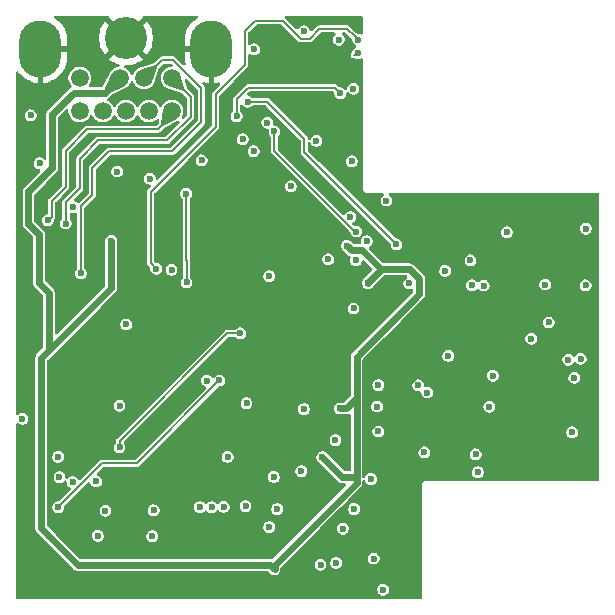
<source format=gbr>
%TF.GenerationSoftware,KiCad,Pcbnew,9.0.0*%
%TF.CreationDate,2025-11-19T20:28:36-08:00*%
%TF.ProjectId,MegaAV_CE,4d656761-4156-45f4-9345-2e6b69636164,rev?*%
%TF.SameCoordinates,Original*%
%TF.FileFunction,Copper,L3,Inr*%
%TF.FilePolarity,Positive*%
%FSLAX46Y46*%
G04 Gerber Fmt 4.6, Leading zero omitted, Abs format (unit mm)*
G04 Created by KiCad (PCBNEW 9.0.0) date 2025-11-19 20:28:36*
%MOMM*%
%LPD*%
G01*
G04 APERTURE LIST*
%TA.AperFunction,ComponentPad*%
%ADD10C,1.508000*%
%TD*%
%TA.AperFunction,ComponentPad*%
%ADD11O,3.556000X4.826000*%
%TD*%
%TA.AperFunction,ComponentPad*%
%ADD12C,3.556000*%
%TD*%
%TA.AperFunction,ViaPad*%
%ADD13C,0.600000*%
%TD*%
%TA.AperFunction,Conductor*%
%ADD14C,0.600000*%
%TD*%
%TA.AperFunction,Conductor*%
%ADD15C,0.200000*%
%TD*%
G04 APERTURE END LIST*
D10*
%TO.N,/B-OUT*%
%TO.C,CN1*%
X180453000Y-99929200D03*
%TO.N,+5V*%
X178421000Y-99929200D03*
%TO.N,/G-OUT*%
X182840600Y-99929200D03*
%TO.N,/CV-OUT*%
X180884800Y-102723200D03*
%TO.N,/CSync*%
X178929000Y-102723200D03*
%TO.N,/AUD-M*%
X175017400Y-99929200D03*
%TO.N,/R-OUT*%
X182840600Y-102723200D03*
%TO.N,/AUD-L*%
X176973200Y-102723200D03*
%TO.N,/AUD-R*%
X175017400Y-102723200D03*
D11*
%TO.N,GND*%
X171690000Y-97440000D03*
D12*
X178929000Y-96551000D03*
D11*
X186168000Y-97440000D03*
%TD*%
D13*
%TO.N,+5V*%
X191510000Y-141500000D03*
X195550000Y-132025000D03*
X197025000Y-127900000D03*
X188825000Y-105100000D03*
X197650000Y-114125000D03*
X185773858Y-125547964D03*
X177691303Y-113704907D03*
X199425000Y-117300000D03*
X187537768Y-132006155D03*
X191454700Y-133700982D03*
X172375000Y-138675000D03*
X171775000Y-136300000D03*
%TO.N,/B-IN*%
X176391012Y-134075382D03*
X185193582Y-136247138D03*
%TO.N,GND*%
X177094344Y-130752519D03*
X173301516Y-119592818D03*
X202300000Y-125125000D03*
X181625317Y-100588160D03*
X202425000Y-110850000D03*
X194275000Y-135800000D03*
X209825000Y-130475000D03*
X214953331Y-113562060D03*
X201275000Y-138650000D03*
X200075000Y-126700000D03*
X196900000Y-120500000D03*
X193025000Y-141100000D03*
X201750000Y-142825000D03*
X170762501Y-130142693D03*
X201250000Y-136625000D03*
X188892261Y-110656019D03*
X193250000Y-138050000D03*
X173500000Y-138525000D03*
X173774230Y-130761461D03*
X199700000Y-124325000D03*
X194550000Y-117675000D03*
X197400000Y-113150000D03*
X202925117Y-127790625D03*
X209775000Y-126525000D03*
X215116769Y-118010582D03*
X197000000Y-125250000D03*
X204675000Y-110575000D03*
X213250000Y-120950000D03*
X206831150Y-132295475D03*
X193969937Y-95108534D03*
X205997309Y-119949388D03*
X190550000Y-137200000D03*
X199925000Y-135800000D03*
X190701206Y-104483893D03*
X193542948Y-97634681D03*
X198650000Y-120900000D03*
X177600000Y-138900000D03*
X193075000Y-127550000D03*
X205975000Y-118125000D03*
X198700000Y-139375000D03*
X197800000Y-116100000D03*
X188624083Y-104197392D03*
X197325000Y-142900000D03*
X176700463Y-106048485D03*
X209900000Y-133225000D03*
X203125000Y-141075000D03*
X185917916Y-101884498D03*
X217575000Y-129875000D03*
X180049265Y-136049265D03*
X202525000Y-138700000D03*
X199525000Y-143025000D03*
%TO.N,/PSG*%
X177190000Y-136570000D03*
X209700000Y-127750000D03*
X199675000Y-133875000D03*
%TO.N,/32X_L*%
X208538235Y-131788235D03*
X195400000Y-141130000D03*
X181160000Y-138720000D03*
%TO.N,/32X_R*%
X196725000Y-140975000D03*
X191725000Y-136425000D03*
X193775000Y-133200000D03*
X210000000Y-125125000D03*
%TO.N,/FM_R*%
X198239513Y-136415852D03*
X197300000Y-138075000D03*
%TO.N,/FM_L*%
X191050000Y-137950000D03*
X181272150Y-136519321D03*
%TO.N,/G-IN*%
X186200000Y-136258982D03*
X174407745Y-134143738D03*
%TO.N,/R-OUT*%
X172303782Y-111986404D03*
%TO.N,/G-OUT*%
X173839579Y-112247059D03*
%TO.N,/B-OUT*%
X175116940Y-116452775D03*
%TO.N,/CSync*%
X170160091Y-128789494D03*
X173198549Y-136254603D03*
X186845655Y-125535239D03*
%TO.N,/R-IN*%
X173298838Y-133716967D03*
X187198275Y-136237971D03*
%TO.N,/CD_R*%
X176560000Y-138690000D03*
X199900000Y-140610000D03*
X209216282Y-117498666D03*
%TO.N,/CD_L*%
X200700000Y-143250000D03*
X208094712Y-115366674D03*
%TO.N,/AUD-R*%
X191050000Y-116700000D03*
%TO.N,/AUD-L*%
X189739804Y-106119435D03*
%TO.N,/AUD-M*%
X192900000Y-109100000D03*
%TO.N,Net-(C3-Pad2)*%
X194000000Y-127950000D03*
X196662369Y-130580636D03*
%TO.N,Net-(SR3-Pin_1)*%
X213250000Y-122000000D03*
X203675000Y-125950000D03*
X200300000Y-125925000D03*
X202916738Y-117308123D03*
%TO.N,Net-(SL3-Pin_1)*%
X200300000Y-129850000D03*
X214725000Y-120625000D03*
X205950000Y-116250000D03*
%TO.N,/SR*%
X214425000Y-117410000D03*
X208222961Y-117470685D03*
X198193456Y-119433016D03*
%TO.N,/SL*%
X211185045Y-112983451D03*
X200981953Y-110299000D03*
X197925000Y-111700000D03*
%TO.N,/V_REF*%
X195050000Y-105250000D03*
X199325000Y-113750000D03*
X198400000Y-115350000D03*
X189135019Y-127456707D03*
X196050000Y-115275000D03*
X200188235Y-127738235D03*
%TO.N,/HP_R*%
X189775000Y-97500000D03*
X208724265Y-133299265D03*
%TO.N,Net-(HPR_SL2-Pin_1)*%
X216695092Y-129920666D03*
X201830895Y-114003788D03*
X189225000Y-101925000D03*
%TO.N,Net-(HPL_SL2-Pin_1)*%
X198425000Y-112925000D03*
X191500000Y-104450000D03*
X216895710Y-125307108D03*
%TO.N,/HP_L*%
X204191072Y-131620256D03*
X198175793Y-100830125D03*
%TO.N,Net-(C49-Pad2)*%
X178186032Y-107845904D03*
X180939466Y-108439624D03*
%TO.N,Net-(MD1_PU1-A)*%
X178386652Y-131177421D03*
X173192889Y-131995307D03*
X188611412Y-121543364D03*
%TO.N,Net-(FMR_2-C)*%
X204434383Y-126558380D03*
X206226000Y-123459000D03*
%TO.N,Net-(HPL_RES2-C)*%
X198057403Y-106977201D03*
X217875000Y-112675000D03*
X190900000Y-103700000D03*
X216375000Y-123775000D03*
%TO.N,Net-(HPR_RES2-C)*%
X188300000Y-103150000D03*
X197077945Y-101227358D03*
X217425000Y-123700000D03*
X217850000Y-117475000D03*
%TO.N,Net-(C1-Pad2)*%
X170860799Y-103077144D03*
X178387143Y-127660828D03*
%TO.N,Net-(C46-Pad1)*%
X185331792Y-106891324D03*
X174472952Y-110850351D03*
%TO.N,Net-(C47-Pad1)*%
X193987863Y-95965567D03*
X196948268Y-96682714D03*
%TO.N,Net-(IC1-VREF)*%
X184055069Y-117228083D03*
X184019708Y-109713613D03*
%TO.N,Net-(IC1-COUT)*%
X198572452Y-97834544D03*
X182787931Y-116171888D03*
%TO.N,Net-(IC1-YOUT)*%
X181496020Y-116081905D03*
X198598268Y-96682714D03*
%TO.N,/NTSC{slash}PAL*%
X178937308Y-120790781D03*
X189053494Y-136168479D03*
X171618548Y-107134308D03*
%TD*%
D14*
%TO.N,+5V*%
X172700000Y-107507786D02*
X172700000Y-102981761D01*
X171749000Y-133425000D02*
X171749000Y-126625000D01*
X170674000Y-112264000D02*
X170674000Y-109533786D01*
X198450000Y-123525000D02*
X203767068Y-118207932D01*
X171580000Y-113170000D02*
X170674000Y-112264000D01*
X171749000Y-138049000D02*
X171749000Y-133425000D01*
X172700000Y-102981761D02*
X174497561Y-101184200D01*
X171580000Y-117295000D02*
X171580000Y-113170000D01*
X172400000Y-119425000D02*
X172400000Y-118125000D01*
X171575000Y-117300000D02*
X171580000Y-117295000D01*
X199425000Y-117250000D02*
X199425000Y-117300000D01*
X177691303Y-117691483D02*
X177691303Y-113704907D01*
X203767068Y-116942068D02*
X202950000Y-116125000D01*
X203767068Y-118207932D02*
X203767068Y-116942068D01*
X197650000Y-114125000D02*
X198025000Y-114500000D01*
X171749000Y-123633786D02*
X171749000Y-126625000D01*
X198450000Y-126825000D02*
X198450000Y-123525000D01*
X191160000Y-141150000D02*
X174850000Y-141150000D01*
X172400000Y-122982786D02*
X171749000Y-123633786D01*
X198450000Y-133725000D02*
X197250000Y-133725000D01*
X202950000Y-116125000D02*
X200550000Y-116125000D01*
X198450000Y-133725000D02*
X198450000Y-126825000D01*
X174497561Y-101184200D02*
X177166000Y-101184200D01*
X198450000Y-127037476D02*
X197587476Y-127900000D01*
X191510000Y-141500000D02*
X191510000Y-141140000D01*
X191510000Y-141500000D02*
X191160000Y-141150000D01*
X174850000Y-141150000D02*
X171749000Y-138049000D01*
X198925000Y-114500000D02*
X200550000Y-116125000D01*
X200550000Y-116125000D02*
X199425000Y-117250000D01*
X198450000Y-134200000D02*
X198450000Y-133725000D01*
X172400000Y-118125000D02*
X171575000Y-117300000D01*
X198025000Y-114500000D02*
X198925000Y-114500000D01*
X177166000Y-101184200D02*
X178421000Y-99929200D01*
X172400000Y-119425000D02*
X172400000Y-122982786D01*
X170674000Y-109533786D02*
X172700000Y-107507786D01*
X197250000Y-133725000D02*
X195550000Y-132025000D01*
X198450000Y-126825000D02*
X198450000Y-127037476D01*
X191510000Y-141140000D02*
X198450000Y-134200000D01*
X197587476Y-127900000D02*
X197025000Y-127900000D01*
X172400000Y-122982786D02*
X177691303Y-117691483D01*
D15*
%TO.N,/R-OUT*%
X175640786Y-104256409D02*
X181631845Y-104256409D01*
X181631845Y-104256409D02*
X182840600Y-103047654D01*
X173813405Y-109131838D02*
X173813405Y-106083790D01*
X172303782Y-111986404D02*
X172628956Y-111661229D01*
X172628956Y-111661229D02*
X172628956Y-110316287D01*
X172628956Y-110316287D02*
X173813405Y-109131838D01*
X173813405Y-106083790D02*
X175640786Y-104256409D01*
X182840600Y-103047654D02*
X182840600Y-102723200D01*
%TO.N,/G-OUT*%
X173852457Y-112234181D02*
X173839579Y-112247059D01*
X176599265Y-105196457D02*
X174998671Y-106797051D01*
X184398989Y-101508290D02*
X184398989Y-103235524D01*
X182840600Y-99949901D02*
X184398989Y-101508290D01*
X174998671Y-106797051D02*
X174998671Y-109267229D01*
X174998671Y-109267229D02*
X173852457Y-110413443D01*
X182840600Y-99929200D02*
X182840600Y-99949901D01*
X173852457Y-110413443D02*
X173852457Y-112234181D01*
X184398989Y-103235524D02*
X182438056Y-105196457D01*
X182438056Y-105196457D02*
X176599265Y-105196457D01*
%TO.N,/B-OUT*%
X182921991Y-98400374D02*
X181981826Y-98400374D01*
X177476230Y-106145062D02*
X182837152Y-106145062D01*
X181981826Y-98400374D02*
X180453000Y-99929200D01*
X185304370Y-103677844D02*
X185304370Y-100782753D01*
X176080893Y-109801836D02*
X176080893Y-107540399D01*
X175085603Y-115609188D02*
X175085603Y-110797126D01*
X185304370Y-100782753D02*
X182921991Y-98400374D01*
X182837152Y-106145062D02*
X185304370Y-103677844D01*
X175116940Y-116452775D02*
X175107702Y-116443537D01*
X175107702Y-115631287D02*
X175085603Y-115609188D01*
X175107702Y-116443537D02*
X175107702Y-115631287D01*
X176080893Y-107540399D02*
X177476230Y-106145062D01*
X175085603Y-110797126D02*
X176080893Y-109801836D01*
%TO.N,/CSync*%
X186845655Y-125535239D02*
X179837418Y-132543476D01*
X179837418Y-132543476D02*
X176909676Y-132543476D01*
X176909676Y-132543476D02*
X173198549Y-136254603D01*
%TO.N,Net-(HPR_SL2-Pin_1)*%
X201828788Y-114003788D02*
X194025000Y-106200000D01*
X190900000Y-101925000D02*
X189225000Y-101925000D01*
X194025000Y-106200000D02*
X194025000Y-105050000D01*
X201830895Y-114003788D02*
X201828788Y-114003788D01*
X194025000Y-105050000D02*
X190900000Y-101925000D01*
%TO.N,Net-(HPL_SL2-Pin_1)*%
X198425000Y-112925000D02*
X198300057Y-112925000D01*
X191500000Y-106124943D02*
X191500000Y-104450000D01*
X198300057Y-112925000D02*
X191500000Y-106124943D01*
%TO.N,Net-(MD1_PU1-A)*%
X187480811Y-121543364D02*
X188611412Y-121543364D01*
X178386652Y-130637523D02*
X187480811Y-121543364D01*
X178386652Y-131177421D02*
X178386652Y-130637523D01*
%TO.N,Net-(HPR_RES2-C)*%
X188300000Y-103150000D02*
X188300000Y-101701704D01*
X188300000Y-101701704D02*
X189264205Y-100737499D01*
X189264205Y-100737499D02*
X196588086Y-100737499D01*
X196588086Y-100737499D02*
X197077945Y-101227358D01*
%TO.N,Net-(IC1-VREF)*%
X184019708Y-115325809D02*
X184019708Y-109713613D01*
X184055069Y-117228083D02*
X184055069Y-115361170D01*
X184055069Y-115361170D02*
X184019708Y-115325809D01*
%TO.N,Net-(IC1-COUT)*%
X198572452Y-97834544D02*
X198452402Y-97954594D01*
X198452402Y-97954594D02*
X198257452Y-97954594D01*
%TO.N,Net-(IC1-YOUT)*%
X195294598Y-95767439D02*
X194479997Y-96582040D01*
X198310506Y-96394952D02*
X198283268Y-96394952D01*
X197655755Y-95767439D02*
X195294598Y-95767439D01*
X188971821Y-98826557D02*
X186537482Y-101260896D01*
X198598268Y-96682714D02*
X198310506Y-96394952D01*
X181010196Y-115596081D02*
X181496020Y-116081905D01*
X189852006Y-95070375D02*
X188971821Y-95950560D01*
X194479997Y-96582040D02*
X193717709Y-96582040D01*
X192206044Y-95070375D02*
X189852006Y-95070375D01*
X186537482Y-101260896D02*
X186537482Y-104037281D01*
X198283268Y-96394952D02*
X197655755Y-95767439D01*
X188971821Y-95950560D02*
X188971821Y-98826557D01*
X186537482Y-104037281D02*
X181010196Y-109564567D01*
X193717709Y-96582040D02*
X192206044Y-95070375D01*
X181010196Y-109564567D02*
X181010196Y-115596081D01*
%TD*%
%TA.AperFunction,Conductor*%
%TO.N,GND*%
G36*
X177381026Y-94635886D02*
G01*
X177448050Y-94655615D01*
X177493770Y-94708450D01*
X177504676Y-94767994D01*
X177504360Y-94772806D01*
X178224556Y-95493002D01*
X178101651Y-95582298D01*
X177960298Y-95723651D01*
X177871002Y-95846556D01*
X177150807Y-95126361D01*
X177150806Y-95126361D01*
X177030851Y-95282690D01*
X176881541Y-95541301D01*
X176881534Y-95541315D01*
X176767267Y-95817182D01*
X176689976Y-96105634D01*
X176651001Y-96401681D01*
X176651000Y-96401698D01*
X176651000Y-96700301D01*
X176651001Y-96700318D01*
X176689976Y-96996365D01*
X176767267Y-97284817D01*
X176881534Y-97560684D01*
X176881541Y-97560698D01*
X177030844Y-97819298D01*
X177030849Y-97819305D01*
X177150807Y-97975637D01*
X177871001Y-97255443D01*
X177960298Y-97378349D01*
X178101651Y-97519702D01*
X178224555Y-97608997D01*
X177504361Y-98329191D01*
X177660694Y-98449150D01*
X177660701Y-98449155D01*
X177919301Y-98598458D01*
X177919315Y-98598465D01*
X178195182Y-98712732D01*
X178298778Y-98740491D01*
X178358438Y-98776856D01*
X178388967Y-98839703D01*
X178380672Y-98909079D01*
X178336187Y-98962957D01*
X178290875Y-98981883D01*
X178142590Y-99011379D01*
X178142578Y-99011382D01*
X177968881Y-99083329D01*
X177968868Y-99083336D01*
X177812542Y-99187791D01*
X177812538Y-99187794D01*
X177679598Y-99320735D01*
X177679595Y-99320737D01*
X177623388Y-99404855D01*
X177623387Y-99404854D01*
X177620713Y-99408854D01*
X177604881Y-99428994D01*
X177597355Y-99443812D01*
X177593241Y-99449969D01*
X177593242Y-99449969D01*
X177575133Y-99477073D01*
X177553368Y-99529616D01*
X177549370Y-99538305D01*
X177002193Y-100615844D01*
X176954288Y-100666705D01*
X176891631Y-100683700D01*
X175893214Y-100683700D01*
X175826175Y-100664015D01*
X175780420Y-100611211D01*
X175770476Y-100542053D01*
X175790112Y-100490809D01*
X175863263Y-100381331D01*
X175863263Y-100381330D01*
X175863267Y-100381325D01*
X175935219Y-100207617D01*
X175971900Y-100023210D01*
X175971900Y-99835190D01*
X175971900Y-99835187D01*
X175971899Y-99835185D01*
X175963182Y-99791361D01*
X175935219Y-99650783D01*
X175905987Y-99580211D01*
X175863270Y-99477081D01*
X175863263Y-99477068D01*
X175758808Y-99320742D01*
X175758805Y-99320738D01*
X175625861Y-99187794D01*
X175625857Y-99187791D01*
X175469531Y-99083336D01*
X175469518Y-99083329D01*
X175295821Y-99011382D01*
X175295809Y-99011379D01*
X175111413Y-98974700D01*
X175111410Y-98974700D01*
X174923390Y-98974700D01*
X174923387Y-98974700D01*
X174738990Y-99011379D01*
X174738978Y-99011382D01*
X174565281Y-99083329D01*
X174565268Y-99083336D01*
X174408942Y-99187791D01*
X174408938Y-99187794D01*
X174275994Y-99320738D01*
X174275991Y-99320742D01*
X174171536Y-99477068D01*
X174171529Y-99477081D01*
X174099582Y-99650778D01*
X174099579Y-99650790D01*
X174062900Y-99835185D01*
X174062900Y-100023214D01*
X174099579Y-100207609D01*
X174099582Y-100207621D01*
X174171529Y-100381318D01*
X174171536Y-100381331D01*
X174275991Y-100537657D01*
X174275994Y-100537661D01*
X174286322Y-100547989D01*
X174319807Y-100609312D01*
X174314823Y-100679004D01*
X174272951Y-100734937D01*
X174260642Y-100743057D01*
X174190247Y-100783700D01*
X174190244Y-100783702D01*
X172299502Y-102674444D01*
X172299500Y-102674447D01*
X172233608Y-102788573D01*
X172199500Y-102915869D01*
X172199500Y-106708084D01*
X172179815Y-106775123D01*
X172127011Y-106820878D01*
X172057853Y-106830822D01*
X171994297Y-106801797D01*
X171987819Y-106795765D01*
X171925864Y-106733810D01*
X171925862Y-106733808D01*
X171864080Y-106698138D01*
X171811735Y-106667916D01*
X171748087Y-106650862D01*
X171684440Y-106633808D01*
X171552656Y-106633808D01*
X171425360Y-106667916D01*
X171311234Y-106733808D01*
X171311231Y-106733810D01*
X171218050Y-106826991D01*
X171218048Y-106826994D01*
X171152156Y-106941120D01*
X171118048Y-107068416D01*
X171118048Y-107200199D01*
X171152156Y-107327495D01*
X171181143Y-107377701D01*
X171218048Y-107441622D01*
X171311234Y-107534808D01*
X171425362Y-107600700D01*
X171552656Y-107634808D01*
X171552658Y-107634808D01*
X171565802Y-107634808D01*
X171632841Y-107654493D01*
X171678596Y-107707297D01*
X171688540Y-107776455D01*
X171659515Y-107840011D01*
X171653483Y-107846489D01*
X170273502Y-109226469D01*
X170273500Y-109226472D01*
X170207608Y-109340598D01*
X170173500Y-109467894D01*
X170173500Y-112329891D01*
X170207608Y-112457187D01*
X170240554Y-112514250D01*
X170273500Y-112571314D01*
X170273502Y-112571316D01*
X171043181Y-113340995D01*
X171076666Y-113402318D01*
X171079500Y-113428676D01*
X171079500Y-117199124D01*
X171075276Y-117231209D01*
X171074500Y-117234108D01*
X171074500Y-117365892D01*
X171075085Y-117368075D01*
X171108608Y-117493187D01*
X171136151Y-117540892D01*
X171174500Y-117607314D01*
X171532244Y-117965058D01*
X171863181Y-118295994D01*
X171896666Y-118357317D01*
X171899500Y-118383675D01*
X171899500Y-122724110D01*
X171879815Y-122791149D01*
X171863181Y-122811791D01*
X171348502Y-123326469D01*
X171348500Y-123326472D01*
X171282608Y-123440598D01*
X171260022Y-123524892D01*
X171248500Y-123567894D01*
X171248500Y-126559108D01*
X171248500Y-133359108D01*
X171248500Y-137983108D01*
X171248500Y-138114892D01*
X171255467Y-138140892D01*
X171282608Y-138242187D01*
X171309925Y-138289500D01*
X171348500Y-138356314D01*
X171348501Y-138356315D01*
X171348502Y-138356316D01*
X174445159Y-141452972D01*
X174445169Y-141452983D01*
X174449499Y-141457313D01*
X174449500Y-141457314D01*
X174542686Y-141550500D01*
X174542688Y-141550501D01*
X174542689Y-141550502D01*
X174639494Y-141606392D01*
X174639495Y-141606392D01*
X174656814Y-141616392D01*
X174784107Y-141650500D01*
X174784108Y-141650500D01*
X190901324Y-141650500D01*
X190968363Y-141670185D01*
X190989005Y-141686819D01*
X191202686Y-141900500D01*
X191316814Y-141966392D01*
X191444108Y-142000500D01*
X191444110Y-142000500D01*
X191575891Y-142000500D01*
X191575893Y-142000500D01*
X191703186Y-141966392D01*
X191817314Y-141900500D01*
X191910500Y-141807314D01*
X191976392Y-141693186D01*
X192010500Y-141565893D01*
X192010500Y-141434108D01*
X192010500Y-141398676D01*
X192030185Y-141331637D01*
X192046819Y-141310995D01*
X192293706Y-141064108D01*
X194899500Y-141064108D01*
X194899500Y-141195891D01*
X194933608Y-141323187D01*
X194938487Y-141331637D01*
X194999500Y-141437314D01*
X195092686Y-141530500D01*
X195206814Y-141596392D01*
X195334108Y-141630500D01*
X195334110Y-141630500D01*
X195465890Y-141630500D01*
X195465892Y-141630500D01*
X195593186Y-141596392D01*
X195707314Y-141530500D01*
X195800500Y-141437314D01*
X195866392Y-141323186D01*
X195900500Y-141195892D01*
X195900500Y-141064108D01*
X195866392Y-140936814D01*
X195850396Y-140909108D01*
X196224500Y-140909108D01*
X196224500Y-141040891D01*
X196258608Y-141168187D01*
X196274604Y-141195892D01*
X196324500Y-141282314D01*
X196417686Y-141375500D01*
X196531814Y-141441392D01*
X196659108Y-141475500D01*
X196659110Y-141475500D01*
X196790890Y-141475500D01*
X196790892Y-141475500D01*
X196918186Y-141441392D01*
X197032314Y-141375500D01*
X197125500Y-141282314D01*
X197191392Y-141168186D01*
X197225500Y-141040892D01*
X197225500Y-140909108D01*
X197191392Y-140781814D01*
X197125500Y-140667686D01*
X197032314Y-140574500D01*
X196979674Y-140544108D01*
X199399500Y-140544108D01*
X199399500Y-140675891D01*
X199433608Y-140803187D01*
X199444866Y-140822686D01*
X199499500Y-140917314D01*
X199592686Y-141010500D01*
X199706814Y-141076392D01*
X199834108Y-141110500D01*
X199834110Y-141110500D01*
X199965890Y-141110500D01*
X199965892Y-141110500D01*
X200093186Y-141076392D01*
X200207314Y-141010500D01*
X200300500Y-140917314D01*
X200366392Y-140803186D01*
X200400500Y-140675892D01*
X200400500Y-140544108D01*
X200366392Y-140416814D01*
X200300500Y-140302686D01*
X200207314Y-140209500D01*
X200150250Y-140176554D01*
X200093187Y-140143608D01*
X200029539Y-140126554D01*
X199965892Y-140109500D01*
X199834108Y-140109500D01*
X199706812Y-140143608D01*
X199592686Y-140209500D01*
X199592683Y-140209502D01*
X199499502Y-140302683D01*
X199499500Y-140302686D01*
X199433608Y-140416812D01*
X199399500Y-140544108D01*
X196979674Y-140544108D01*
X196975250Y-140541554D01*
X196918187Y-140508608D01*
X196854539Y-140491554D01*
X196790892Y-140474500D01*
X196659108Y-140474500D01*
X196531812Y-140508608D01*
X196417686Y-140574500D01*
X196417683Y-140574502D01*
X196324502Y-140667683D01*
X196324500Y-140667686D01*
X196258608Y-140781812D01*
X196224500Y-140909108D01*
X195850396Y-140909108D01*
X195800500Y-140822686D01*
X195707314Y-140729500D01*
X195650250Y-140696554D01*
X195593187Y-140663608D01*
X195529539Y-140646554D01*
X195465892Y-140629500D01*
X195334108Y-140629500D01*
X195206812Y-140663608D01*
X195092686Y-140729500D01*
X195092683Y-140729502D01*
X194999502Y-140822683D01*
X194999500Y-140822686D01*
X194933608Y-140936812D01*
X194899500Y-141064108D01*
X192293706Y-141064108D01*
X195348706Y-138009108D01*
X196799500Y-138009108D01*
X196799500Y-138140891D01*
X196833608Y-138268187D01*
X196863234Y-138319500D01*
X196899500Y-138382314D01*
X196992686Y-138475500D01*
X197106814Y-138541392D01*
X197234108Y-138575500D01*
X197234110Y-138575500D01*
X197365890Y-138575500D01*
X197365892Y-138575500D01*
X197493186Y-138541392D01*
X197607314Y-138475500D01*
X197700500Y-138382314D01*
X197766392Y-138268186D01*
X197800500Y-138140892D01*
X197800500Y-138009108D01*
X197766392Y-137881814D01*
X197700500Y-137767686D01*
X197607314Y-137674500D01*
X197550250Y-137641554D01*
X197493187Y-137608608D01*
X197429539Y-137591554D01*
X197365892Y-137574500D01*
X197234108Y-137574500D01*
X197106812Y-137608608D01*
X196992686Y-137674500D01*
X196992683Y-137674502D01*
X196899502Y-137767683D01*
X196899500Y-137767686D01*
X196833608Y-137881812D01*
X196799500Y-138009108D01*
X195348706Y-138009108D01*
X197007854Y-136349960D01*
X197739013Y-136349960D01*
X197739013Y-136481744D01*
X197755206Y-136542176D01*
X197773121Y-136609039D01*
X197790114Y-136638471D01*
X197839013Y-136723166D01*
X197932199Y-136816352D01*
X198046327Y-136882244D01*
X198173621Y-136916352D01*
X198173623Y-136916352D01*
X198305403Y-136916352D01*
X198305405Y-136916352D01*
X198432699Y-136882244D01*
X198546827Y-136816352D01*
X198640013Y-136723166D01*
X198705905Y-136609038D01*
X198740013Y-136481744D01*
X198740013Y-136349960D01*
X198705905Y-136222666D01*
X198640013Y-136108538D01*
X198546827Y-136015352D01*
X198477443Y-135975293D01*
X198432700Y-135949460D01*
X198369052Y-135932406D01*
X198305405Y-135915352D01*
X198173621Y-135915352D01*
X198046325Y-135949460D01*
X197932199Y-136015352D01*
X197932196Y-136015354D01*
X197839015Y-136108535D01*
X197839013Y-136108538D01*
X197773121Y-136222664D01*
X197746908Y-136320494D01*
X197739013Y-136349960D01*
X197007854Y-136349960D01*
X197103662Y-136254152D01*
X197689835Y-135667979D01*
X198850500Y-134507314D01*
X198916392Y-134393186D01*
X198950500Y-134265893D01*
X198950500Y-134134108D01*
X198950500Y-134046785D01*
X198970185Y-133979746D01*
X199022989Y-133933991D01*
X199092147Y-133924047D01*
X199155703Y-133953072D01*
X199193477Y-134011850D01*
X199194263Y-134014650D01*
X199197855Y-134028055D01*
X199208608Y-134068187D01*
X199230954Y-134106890D01*
X199274500Y-134182314D01*
X199367686Y-134275500D01*
X199481814Y-134341392D01*
X199609108Y-134375500D01*
X199609110Y-134375500D01*
X199740890Y-134375500D01*
X199740892Y-134375500D01*
X199868186Y-134341392D01*
X199982314Y-134275500D01*
X200075500Y-134182314D01*
X200141392Y-134068186D01*
X200175500Y-133940892D01*
X200175500Y-133809108D01*
X200141392Y-133681814D01*
X200138812Y-133677346D01*
X200114417Y-133635092D01*
X200075500Y-133567686D01*
X199982314Y-133474500D01*
X199904211Y-133429407D01*
X199868187Y-133408608D01*
X199800755Y-133390540D01*
X199740892Y-133374500D01*
X199609108Y-133374500D01*
X199481812Y-133408608D01*
X199367686Y-133474500D01*
X199367683Y-133474502D01*
X199274502Y-133567683D01*
X199274500Y-133567686D01*
X199208608Y-133681812D01*
X199194275Y-133735307D01*
X199157910Y-133794968D01*
X199095063Y-133825497D01*
X199025688Y-133817202D01*
X198971810Y-133772717D01*
X198950535Y-133706165D01*
X198950500Y-133703214D01*
X198950500Y-133233373D01*
X208223765Y-133233373D01*
X208223765Y-133365157D01*
X208235408Y-133408608D01*
X208257873Y-133492452D01*
X208266454Y-133507314D01*
X208323765Y-133606579D01*
X208416951Y-133699765D01*
X208531079Y-133765657D01*
X208658373Y-133799765D01*
X208658375Y-133799765D01*
X208790155Y-133799765D01*
X208790157Y-133799765D01*
X208917451Y-133765657D01*
X209031579Y-133699765D01*
X209124765Y-133606579D01*
X209190657Y-133492451D01*
X209224765Y-133365157D01*
X209224765Y-133233373D01*
X209190657Y-133106079D01*
X209124765Y-132991951D01*
X209031579Y-132898765D01*
X208941591Y-132846810D01*
X208917452Y-132832873D01*
X208853804Y-132815819D01*
X208790157Y-132798765D01*
X208658373Y-132798765D01*
X208531077Y-132832873D01*
X208416951Y-132898765D01*
X208416948Y-132898767D01*
X208323767Y-132991948D01*
X208323765Y-132991951D01*
X208257873Y-133106077D01*
X208250362Y-133134110D01*
X208223765Y-133233373D01*
X198950500Y-133233373D01*
X198950500Y-131554364D01*
X203690572Y-131554364D01*
X203690572Y-131686148D01*
X203693972Y-131698838D01*
X203724680Y-131813443D01*
X203757626Y-131870506D01*
X203790572Y-131927570D01*
X203883758Y-132020756D01*
X203997886Y-132086648D01*
X204125180Y-132120756D01*
X204125182Y-132120756D01*
X204256962Y-132120756D01*
X204256964Y-132120756D01*
X204384258Y-132086648D01*
X204498386Y-132020756D01*
X204591572Y-131927570D01*
X204657464Y-131813442D01*
X204681874Y-131722343D01*
X208037735Y-131722343D01*
X208037735Y-131854126D01*
X208071843Y-131981422D01*
X208094553Y-132020756D01*
X208137735Y-132095549D01*
X208230921Y-132188735D01*
X208345049Y-132254627D01*
X208472343Y-132288735D01*
X208472345Y-132288735D01*
X208604125Y-132288735D01*
X208604127Y-132288735D01*
X208731421Y-132254627D01*
X208845549Y-132188735D01*
X208938735Y-132095549D01*
X209004627Y-131981421D01*
X209038735Y-131854127D01*
X209038735Y-131722343D01*
X209004627Y-131595049D01*
X209004488Y-131594809D01*
X208983588Y-131558608D01*
X208938735Y-131480921D01*
X208845549Y-131387735D01*
X208788485Y-131354789D01*
X208731422Y-131321843D01*
X208667774Y-131304789D01*
X208604127Y-131287735D01*
X208472343Y-131287735D01*
X208345047Y-131321843D01*
X208230921Y-131387735D01*
X208230918Y-131387737D01*
X208137737Y-131480918D01*
X208137735Y-131480921D01*
X208071843Y-131595047D01*
X208037735Y-131722343D01*
X204681874Y-131722343D01*
X204691572Y-131686148D01*
X204691572Y-131554364D01*
X204657464Y-131427070D01*
X204591572Y-131312942D01*
X204498386Y-131219756D01*
X204441322Y-131186810D01*
X204384259Y-131153864D01*
X204320611Y-131136810D01*
X204256964Y-131119756D01*
X204125180Y-131119756D01*
X203997884Y-131153864D01*
X203883758Y-131219756D01*
X203883755Y-131219758D01*
X203790574Y-131312939D01*
X203790572Y-131312942D01*
X203724680Y-131427068D01*
X203709229Y-131484734D01*
X203690572Y-131554364D01*
X198950500Y-131554364D01*
X198950500Y-129784108D01*
X199799500Y-129784108D01*
X199799500Y-129915891D01*
X199833608Y-130043187D01*
X199854941Y-130080136D01*
X199899500Y-130157314D01*
X199992686Y-130250500D01*
X200106814Y-130316392D01*
X200234108Y-130350500D01*
X200234110Y-130350500D01*
X200365890Y-130350500D01*
X200365892Y-130350500D01*
X200493186Y-130316392D01*
X200607314Y-130250500D01*
X200700500Y-130157314D01*
X200766392Y-130043186D01*
X200800500Y-129915892D01*
X200800500Y-129854774D01*
X216194592Y-129854774D01*
X216194592Y-129986557D01*
X216228700Y-130113853D01*
X216228926Y-130114244D01*
X216294592Y-130227980D01*
X216387778Y-130321166D01*
X216501906Y-130387058D01*
X216629200Y-130421166D01*
X216629202Y-130421166D01*
X216760982Y-130421166D01*
X216760984Y-130421166D01*
X216888278Y-130387058D01*
X217002406Y-130321166D01*
X217095592Y-130227980D01*
X217161484Y-130113852D01*
X217195592Y-129986558D01*
X217195592Y-129854774D01*
X217161484Y-129727480D01*
X217095592Y-129613352D01*
X217002406Y-129520166D01*
X216945342Y-129487220D01*
X216888279Y-129454274D01*
X216824631Y-129437220D01*
X216760984Y-129420166D01*
X216629200Y-129420166D01*
X216501904Y-129454274D01*
X216387778Y-129520166D01*
X216387775Y-129520168D01*
X216294594Y-129613349D01*
X216294592Y-129613352D01*
X216228700Y-129727478D01*
X216194592Y-129854774D01*
X200800500Y-129854774D01*
X200800500Y-129784108D01*
X200766392Y-129656814D01*
X200700500Y-129542686D01*
X200607314Y-129449500D01*
X200550250Y-129416554D01*
X200493187Y-129383608D01*
X200429539Y-129366554D01*
X200365892Y-129349500D01*
X200234108Y-129349500D01*
X200106812Y-129383608D01*
X199992686Y-129449500D01*
X199992683Y-129449502D01*
X199899502Y-129542683D01*
X199899500Y-129542686D01*
X199833608Y-129656812D01*
X199799500Y-129784108D01*
X198950500Y-129784108D01*
X198950500Y-127672343D01*
X199687735Y-127672343D01*
X199687735Y-127804127D01*
X199695768Y-127834108D01*
X199721843Y-127931422D01*
X199741744Y-127965891D01*
X199787735Y-128045549D01*
X199880921Y-128138735D01*
X199995049Y-128204627D01*
X200122343Y-128238735D01*
X200122345Y-128238735D01*
X200254125Y-128238735D01*
X200254127Y-128238735D01*
X200381421Y-128204627D01*
X200495549Y-128138735D01*
X200588735Y-128045549D01*
X200654627Y-127931421D01*
X200688735Y-127804127D01*
X200688735Y-127684108D01*
X209199500Y-127684108D01*
X209199500Y-127815892D01*
X209210570Y-127857206D01*
X209233608Y-127943187D01*
X209266554Y-128000250D01*
X209299500Y-128057314D01*
X209392686Y-128150500D01*
X209506814Y-128216392D01*
X209634108Y-128250500D01*
X209634110Y-128250500D01*
X209765890Y-128250500D01*
X209765892Y-128250500D01*
X209893186Y-128216392D01*
X210007314Y-128150500D01*
X210100500Y-128057314D01*
X210166392Y-127943186D01*
X210200500Y-127815892D01*
X210200500Y-127684108D01*
X210166392Y-127556814D01*
X210100500Y-127442686D01*
X210007314Y-127349500D01*
X209912930Y-127295007D01*
X209893187Y-127283608D01*
X209829539Y-127266554D01*
X209765892Y-127249500D01*
X209634108Y-127249500D01*
X209506812Y-127283608D01*
X209392686Y-127349500D01*
X209392683Y-127349502D01*
X209299502Y-127442683D01*
X209299500Y-127442686D01*
X209233608Y-127556812D01*
X209202652Y-127672343D01*
X209199500Y-127684108D01*
X200688735Y-127684108D01*
X200688735Y-127672343D01*
X200654627Y-127545049D01*
X200588735Y-127430921D01*
X200495549Y-127337735D01*
X200401799Y-127283608D01*
X200381422Y-127271843D01*
X200298035Y-127249500D01*
X200254127Y-127237735D01*
X200122343Y-127237735D01*
X199995047Y-127271843D01*
X199880921Y-127337735D01*
X199880918Y-127337737D01*
X199787737Y-127430918D01*
X199787735Y-127430921D01*
X199721843Y-127545047D01*
X199708476Y-127594936D01*
X199687735Y-127672343D01*
X198950500Y-127672343D01*
X198950500Y-125859108D01*
X199799500Y-125859108D01*
X199799500Y-125990892D01*
X199811516Y-126035738D01*
X199833608Y-126118187D01*
X199866554Y-126175250D01*
X199899500Y-126232314D01*
X199992686Y-126325500D01*
X200106814Y-126391392D01*
X200234108Y-126425500D01*
X200234110Y-126425500D01*
X200365890Y-126425500D01*
X200365892Y-126425500D01*
X200493186Y-126391392D01*
X200607314Y-126325500D01*
X200700500Y-126232314D01*
X200766392Y-126118186D01*
X200800500Y-125990892D01*
X200800500Y-125884108D01*
X203174500Y-125884108D01*
X203174500Y-126015892D01*
X203191554Y-126079539D01*
X203208608Y-126143187D01*
X203241554Y-126200250D01*
X203274500Y-126257314D01*
X203367686Y-126350500D01*
X203481814Y-126416392D01*
X203609108Y-126450500D01*
X203609110Y-126450500D01*
X203740890Y-126450500D01*
X203740892Y-126450500D01*
X203777790Y-126440613D01*
X203847637Y-126442274D01*
X203905501Y-126481436D01*
X203933006Y-126545664D01*
X203933883Y-126560387D01*
X203933883Y-126624271D01*
X203967991Y-126751567D01*
X204000937Y-126808630D01*
X204033883Y-126865694D01*
X204127069Y-126958880D01*
X204241197Y-127024772D01*
X204368491Y-127058880D01*
X204368493Y-127058880D01*
X204500273Y-127058880D01*
X204500275Y-127058880D01*
X204627569Y-127024772D01*
X204741697Y-126958880D01*
X204834883Y-126865694D01*
X204900775Y-126751566D01*
X204934883Y-126624272D01*
X204934883Y-126492488D01*
X204900775Y-126365194D01*
X204834883Y-126251066D01*
X204741697Y-126157880D01*
X204672945Y-126118186D01*
X204627570Y-126091988D01*
X204563922Y-126074934D01*
X204500275Y-126057880D01*
X204368491Y-126057880D01*
X204331591Y-126067766D01*
X204261743Y-126066104D01*
X204203881Y-126026941D01*
X204176377Y-125962713D01*
X204175500Y-125947992D01*
X204175500Y-125884110D01*
X204175500Y-125884108D01*
X204141392Y-125756814D01*
X204075500Y-125642686D01*
X203982314Y-125549500D01*
X203897087Y-125500294D01*
X203868187Y-125483608D01*
X203804539Y-125466554D01*
X203740892Y-125449500D01*
X203609108Y-125449500D01*
X203481812Y-125483608D01*
X203367686Y-125549500D01*
X203367683Y-125549502D01*
X203274502Y-125642683D01*
X203274500Y-125642686D01*
X203208608Y-125756812D01*
X203185634Y-125842555D01*
X203174500Y-125884108D01*
X200800500Y-125884108D01*
X200800500Y-125859108D01*
X200766392Y-125731814D01*
X200700500Y-125617686D01*
X200607314Y-125524500D01*
X200533827Y-125482072D01*
X200493187Y-125458608D01*
X200429539Y-125441554D01*
X200365892Y-125424500D01*
X200234108Y-125424500D01*
X200106812Y-125458608D01*
X199992686Y-125524500D01*
X199992683Y-125524502D01*
X199899502Y-125617683D01*
X199899500Y-125617686D01*
X199833608Y-125731812D01*
X199800526Y-125855278D01*
X199799500Y-125859108D01*
X198950500Y-125859108D01*
X198950500Y-125059108D01*
X209499500Y-125059108D01*
X209499500Y-125190892D01*
X209512984Y-125241216D01*
X209533608Y-125318187D01*
X209548651Y-125344242D01*
X209599500Y-125432314D01*
X209692686Y-125525500D01*
X209806814Y-125591392D01*
X209934108Y-125625500D01*
X209934110Y-125625500D01*
X210065890Y-125625500D01*
X210065892Y-125625500D01*
X210193186Y-125591392D01*
X210307314Y-125525500D01*
X210400500Y-125432314D01*
X210466392Y-125318186D01*
X210487016Y-125241216D01*
X216395210Y-125241216D01*
X216395210Y-125372999D01*
X216429318Y-125500295D01*
X216457727Y-125549500D01*
X216495210Y-125614422D01*
X216588396Y-125707608D01*
X216702524Y-125773500D01*
X216829818Y-125807608D01*
X216829820Y-125807608D01*
X216961600Y-125807608D01*
X216961602Y-125807608D01*
X217088896Y-125773500D01*
X217203024Y-125707608D01*
X217296210Y-125614422D01*
X217362102Y-125500294D01*
X217396210Y-125373000D01*
X217396210Y-125241216D01*
X217362102Y-125113922D01*
X217296210Y-124999794D01*
X217203024Y-124906608D01*
X217145960Y-124873662D01*
X217088897Y-124840716D01*
X217002935Y-124817683D01*
X216961602Y-124806608D01*
X216829818Y-124806608D01*
X216702522Y-124840716D01*
X216588396Y-124906608D01*
X216588393Y-124906610D01*
X216495212Y-124999791D01*
X216495210Y-124999794D01*
X216429318Y-125113920D01*
X216395210Y-125241216D01*
X210487016Y-125241216D01*
X210500500Y-125190892D01*
X210500500Y-125059108D01*
X210466392Y-124931814D01*
X210400500Y-124817686D01*
X210307314Y-124724500D01*
X210250250Y-124691554D01*
X210193187Y-124658608D01*
X210129539Y-124641554D01*
X210065892Y-124624500D01*
X209934108Y-124624500D01*
X209806812Y-124658608D01*
X209692686Y-124724500D01*
X209692683Y-124724502D01*
X209599502Y-124817683D01*
X209599500Y-124817686D01*
X209533608Y-124931812D01*
X209502620Y-125047464D01*
X209499500Y-125059108D01*
X198950500Y-125059108D01*
X198950500Y-123783676D01*
X198970185Y-123716637D01*
X198986819Y-123695995D01*
X199289706Y-123393108D01*
X205725500Y-123393108D01*
X205725500Y-123524891D01*
X205759608Y-123652187D01*
X205784901Y-123695995D01*
X205825500Y-123766314D01*
X205918686Y-123859500D01*
X206032814Y-123925392D01*
X206160108Y-123959500D01*
X206160110Y-123959500D01*
X206291890Y-123959500D01*
X206291892Y-123959500D01*
X206419186Y-123925392D01*
X206533314Y-123859500D01*
X206626500Y-123766314D01*
X206659528Y-123709108D01*
X215874500Y-123709108D01*
X215874500Y-123840891D01*
X215908608Y-123968187D01*
X215931199Y-124007315D01*
X215974500Y-124082314D01*
X216067686Y-124175500D01*
X216181814Y-124241392D01*
X216309108Y-124275500D01*
X216309110Y-124275500D01*
X216440890Y-124275500D01*
X216440892Y-124275500D01*
X216568186Y-124241392D01*
X216682314Y-124175500D01*
X216775500Y-124082314D01*
X216814332Y-124015055D01*
X216864896Y-123966842D01*
X216933503Y-123953618D01*
X216998368Y-123979586D01*
X217020091Y-124001568D01*
X217024499Y-124007312D01*
X217024500Y-124007314D01*
X217117686Y-124100500D01*
X217231814Y-124166392D01*
X217359108Y-124200500D01*
X217359110Y-124200500D01*
X217490890Y-124200500D01*
X217490892Y-124200500D01*
X217618186Y-124166392D01*
X217732314Y-124100500D01*
X217825500Y-124007314D01*
X217891392Y-123893186D01*
X217925500Y-123765892D01*
X217925500Y-123634108D01*
X217891392Y-123506814D01*
X217825500Y-123392686D01*
X217732314Y-123299500D01*
X217673965Y-123265812D01*
X217618187Y-123233608D01*
X217554539Y-123216554D01*
X217490892Y-123199500D01*
X217359108Y-123199500D01*
X217231812Y-123233608D01*
X217117686Y-123299500D01*
X217117683Y-123299502D01*
X217024502Y-123392683D01*
X217024500Y-123392686D01*
X216985669Y-123459943D01*
X216935101Y-123508158D01*
X216866494Y-123521380D01*
X216801630Y-123495412D01*
X216779907Y-123473430D01*
X216775502Y-123467689D01*
X216775500Y-123467686D01*
X216682314Y-123374500D01*
X216608380Y-123331814D01*
X216568187Y-123308608D01*
X216504539Y-123291554D01*
X216440892Y-123274500D01*
X216309108Y-123274500D01*
X216181812Y-123308608D01*
X216067686Y-123374500D01*
X216067683Y-123374502D01*
X215974502Y-123467683D01*
X215974500Y-123467686D01*
X215908608Y-123581812D01*
X215874500Y-123709108D01*
X206659528Y-123709108D01*
X206692392Y-123652186D01*
X206726500Y-123524892D01*
X206726500Y-123393108D01*
X206692392Y-123265814D01*
X206626500Y-123151686D01*
X206533314Y-123058500D01*
X206476250Y-123025554D01*
X206419187Y-122992608D01*
X206355539Y-122975554D01*
X206291892Y-122958500D01*
X206160108Y-122958500D01*
X206032812Y-122992608D01*
X205918686Y-123058500D01*
X205918683Y-123058502D01*
X205825502Y-123151683D01*
X205825500Y-123151686D01*
X205759608Y-123265812D01*
X205725500Y-123393108D01*
X199289706Y-123393108D01*
X200748706Y-121934108D01*
X212749500Y-121934108D01*
X212749500Y-122065891D01*
X212783608Y-122193187D01*
X212816554Y-122250250D01*
X212849500Y-122307314D01*
X212942686Y-122400500D01*
X213056814Y-122466392D01*
X213184108Y-122500500D01*
X213184110Y-122500500D01*
X213315890Y-122500500D01*
X213315892Y-122500500D01*
X213443186Y-122466392D01*
X213557314Y-122400500D01*
X213650500Y-122307314D01*
X213716392Y-122193186D01*
X213750500Y-122065892D01*
X213750500Y-121934108D01*
X213716392Y-121806814D01*
X213650500Y-121692686D01*
X213557314Y-121599500D01*
X213493732Y-121562791D01*
X213443187Y-121533608D01*
X213379539Y-121516554D01*
X213315892Y-121499500D01*
X213184108Y-121499500D01*
X213056812Y-121533608D01*
X212942686Y-121599500D01*
X212942683Y-121599502D01*
X212849502Y-121692683D01*
X212849500Y-121692686D01*
X212783608Y-121806812D01*
X212749500Y-121934108D01*
X200748706Y-121934108D01*
X202123706Y-120559108D01*
X214224500Y-120559108D01*
X214224500Y-120690892D01*
X214233610Y-120724891D01*
X214258608Y-120818187D01*
X214291554Y-120875250D01*
X214324500Y-120932314D01*
X214417686Y-121025500D01*
X214531814Y-121091392D01*
X214659108Y-121125500D01*
X214659110Y-121125500D01*
X214790890Y-121125500D01*
X214790892Y-121125500D01*
X214918186Y-121091392D01*
X215032314Y-121025500D01*
X215125500Y-120932314D01*
X215191392Y-120818186D01*
X215225500Y-120690892D01*
X215225500Y-120559108D01*
X215191392Y-120431814D01*
X215125500Y-120317686D01*
X215032314Y-120224500D01*
X214975250Y-120191554D01*
X214918187Y-120158608D01*
X214854539Y-120141554D01*
X214790892Y-120124500D01*
X214659108Y-120124500D01*
X214531812Y-120158608D01*
X214417686Y-120224500D01*
X214417683Y-120224502D01*
X214324502Y-120317683D01*
X214324500Y-120317686D01*
X214258608Y-120431812D01*
X214224500Y-120559108D01*
X202123706Y-120559108D01*
X202219514Y-120463300D01*
X203183908Y-119498906D01*
X204167568Y-118515246D01*
X204233460Y-118401118D01*
X204267568Y-118273824D01*
X204267568Y-118142039D01*
X204267568Y-117404793D01*
X207722461Y-117404793D01*
X207722461Y-117536577D01*
X207730049Y-117564896D01*
X207756569Y-117663872D01*
X207774238Y-117694475D01*
X207822461Y-117777999D01*
X207915647Y-117871185D01*
X208029775Y-117937077D01*
X208157069Y-117971185D01*
X208157071Y-117971185D01*
X208288851Y-117971185D01*
X208288853Y-117971185D01*
X208416147Y-117937077D01*
X208530275Y-117871185D01*
X208620880Y-117780579D01*
X208682199Y-117747097D01*
X208751891Y-117752081D01*
X208807825Y-117793952D01*
X208815611Y-117805757D01*
X208815780Y-117805977D01*
X208815782Y-117805980D01*
X208908968Y-117899166D01*
X209023096Y-117965058D01*
X209150390Y-117999166D01*
X209150392Y-117999166D01*
X209282172Y-117999166D01*
X209282174Y-117999166D01*
X209409468Y-117965058D01*
X209523596Y-117899166D01*
X209616782Y-117805980D01*
X209682674Y-117691852D01*
X209716782Y-117564558D01*
X209716782Y-117432774D01*
X209693024Y-117344108D01*
X213924500Y-117344108D01*
X213924500Y-117475892D01*
X213931311Y-117501310D01*
X213958608Y-117603187D01*
X213973269Y-117628580D01*
X214024500Y-117717314D01*
X214117686Y-117810500D01*
X214202049Y-117859207D01*
X214222793Y-117871184D01*
X214231814Y-117876392D01*
X214359108Y-117910500D01*
X214359110Y-117910500D01*
X214490890Y-117910500D01*
X214490892Y-117910500D01*
X214618186Y-117876392D01*
X214732314Y-117810500D01*
X214825500Y-117717314D01*
X214891392Y-117603186D01*
X214925500Y-117475892D01*
X214925500Y-117409108D01*
X217349500Y-117409108D01*
X217349500Y-117540891D01*
X217383608Y-117668187D01*
X217411972Y-117717314D01*
X217449500Y-117782314D01*
X217542686Y-117875500D01*
X217656814Y-117941392D01*
X217784108Y-117975500D01*
X217784110Y-117975500D01*
X217915890Y-117975500D01*
X217915892Y-117975500D01*
X218043186Y-117941392D01*
X218157314Y-117875500D01*
X218250500Y-117782314D01*
X218316392Y-117668186D01*
X218350500Y-117540892D01*
X218350500Y-117409108D01*
X218316392Y-117281814D01*
X218250500Y-117167686D01*
X218157314Y-117074500D01*
X218088720Y-117034897D01*
X218043187Y-117008608D01*
X217979539Y-116991554D01*
X217915892Y-116974500D01*
X217784108Y-116974500D01*
X217656812Y-117008608D01*
X217542686Y-117074500D01*
X217542683Y-117074502D01*
X217449502Y-117167683D01*
X217449500Y-117167686D01*
X217383608Y-117281812D01*
X217349500Y-117409108D01*
X214925500Y-117409108D01*
X214925500Y-117344108D01*
X214891392Y-117216814D01*
X214825500Y-117102686D01*
X214732314Y-117009500D01*
X214634930Y-116953275D01*
X214618187Y-116943608D01*
X214526966Y-116919166D01*
X214490892Y-116909500D01*
X214359108Y-116909500D01*
X214231812Y-116943608D01*
X214117686Y-117009500D01*
X214117683Y-117009502D01*
X214024502Y-117102683D01*
X214024500Y-117102686D01*
X213958608Y-117216812D01*
X213934850Y-117305480D01*
X213924500Y-117344108D01*
X209693024Y-117344108D01*
X209682674Y-117305480D01*
X209616782Y-117191352D01*
X209523596Y-117098166D01*
X209466532Y-117065220D01*
X209409469Y-117032274D01*
X209321144Y-117008608D01*
X209282174Y-116998166D01*
X209150390Y-116998166D01*
X209023094Y-117032274D01*
X208908968Y-117098166D01*
X208818365Y-117188769D01*
X208757041Y-117222253D01*
X208687350Y-117217269D01*
X208631417Y-117175397D01*
X208623631Y-117163593D01*
X208623463Y-117163374D01*
X208623461Y-117163371D01*
X208530275Y-117070185D01*
X208469151Y-117034895D01*
X208416148Y-117004293D01*
X208352500Y-116987239D01*
X208288853Y-116970185D01*
X208157069Y-116970185D01*
X208029773Y-117004293D01*
X207915647Y-117070185D01*
X207915644Y-117070187D01*
X207822463Y-117163368D01*
X207822461Y-117163371D01*
X207756569Y-117277497D01*
X207732884Y-117365892D01*
X207722461Y-117404793D01*
X204267568Y-117404793D01*
X204267568Y-116876176D01*
X204233460Y-116748882D01*
X204167568Y-116634754D01*
X204074382Y-116541568D01*
X203716922Y-116184108D01*
X205449500Y-116184108D01*
X205449500Y-116315891D01*
X205483608Y-116443187D01*
X205506251Y-116482405D01*
X205549500Y-116557314D01*
X205642686Y-116650500D01*
X205756814Y-116716392D01*
X205884108Y-116750500D01*
X205884110Y-116750500D01*
X206015890Y-116750500D01*
X206015892Y-116750500D01*
X206143186Y-116716392D01*
X206257314Y-116650500D01*
X206350500Y-116557314D01*
X206416392Y-116443186D01*
X206450500Y-116315892D01*
X206450500Y-116184108D01*
X206416392Y-116056814D01*
X206413771Y-116052275D01*
X206401708Y-116031380D01*
X206350500Y-115942686D01*
X206257314Y-115849500D01*
X206199968Y-115816391D01*
X206143187Y-115783608D01*
X206037508Y-115755292D01*
X206015892Y-115749500D01*
X205884108Y-115749500D01*
X205756812Y-115783608D01*
X205642686Y-115849500D01*
X205642683Y-115849502D01*
X205549502Y-115942683D01*
X205549500Y-115942686D01*
X205483608Y-116056812D01*
X205449500Y-116184108D01*
X203716922Y-116184108D01*
X203257314Y-115724500D01*
X203182675Y-115681407D01*
X203143187Y-115658608D01*
X203079539Y-115641554D01*
X203015892Y-115624500D01*
X203015891Y-115624500D01*
X200808676Y-115624500D01*
X200741637Y-115604815D01*
X200720995Y-115588181D01*
X200433596Y-115300782D01*
X207594212Y-115300782D01*
X207594212Y-115432565D01*
X207628320Y-115559861D01*
X207644671Y-115588181D01*
X207694212Y-115673988D01*
X207787398Y-115767174D01*
X207901526Y-115833066D01*
X208028820Y-115867174D01*
X208028822Y-115867174D01*
X208160602Y-115867174D01*
X208160604Y-115867174D01*
X208287898Y-115833066D01*
X208402026Y-115767174D01*
X208495212Y-115673988D01*
X208561104Y-115559860D01*
X208595212Y-115432566D01*
X208595212Y-115300782D01*
X208561104Y-115173488D01*
X208495212Y-115059360D01*
X208402026Y-114966174D01*
X208344962Y-114933228D01*
X208287899Y-114900282D01*
X208224251Y-114883228D01*
X208160604Y-114866174D01*
X208028820Y-114866174D01*
X207901524Y-114900282D01*
X207787398Y-114966174D01*
X207787395Y-114966176D01*
X207694214Y-115059357D01*
X207694212Y-115059360D01*
X207628320Y-115173486D01*
X207594212Y-115300782D01*
X200433596Y-115300782D01*
X199525325Y-114392511D01*
X199491840Y-114331188D01*
X199496824Y-114261496D01*
X199538696Y-114205563D01*
X199551002Y-114197445D01*
X199632314Y-114150500D01*
X199725500Y-114057314D01*
X199791392Y-113943186D01*
X199825500Y-113815892D01*
X199825500Y-113684108D01*
X199791392Y-113556814D01*
X199725500Y-113442686D01*
X199632314Y-113349500D01*
X199573222Y-113315383D01*
X199518187Y-113283608D01*
X199454539Y-113266554D01*
X199390892Y-113249500D01*
X199259108Y-113249500D01*
X199131814Y-113283608D01*
X199131813Y-113283608D01*
X199131811Y-113283609D01*
X199131810Y-113283609D01*
X199028695Y-113343143D01*
X198960795Y-113359616D01*
X198894768Y-113336763D01*
X198851577Y-113281842D01*
X198844936Y-113212289D01*
X198859307Y-113173757D01*
X198891392Y-113118186D01*
X198925500Y-112990892D01*
X198925500Y-112859108D01*
X198891392Y-112731814D01*
X198825500Y-112617686D01*
X198732314Y-112524500D01*
X198658380Y-112481814D01*
X198618187Y-112458608D01*
X198542466Y-112438319D01*
X198490892Y-112424500D01*
X198359108Y-112424500D01*
X198322116Y-112434411D01*
X198310115Y-112434124D01*
X198298871Y-112438319D01*
X198275835Y-112433307D01*
X198252266Y-112432746D01*
X198240619Y-112425647D01*
X198230598Y-112423467D01*
X198202344Y-112402316D01*
X198136238Y-112336210D01*
X198102753Y-112274887D01*
X198107737Y-112205195D01*
X198149609Y-112149262D01*
X198161920Y-112141142D01*
X198232314Y-112100500D01*
X198325500Y-112007314D01*
X198391392Y-111893186D01*
X198425500Y-111765892D01*
X198425500Y-111634108D01*
X198391392Y-111506814D01*
X198325500Y-111392686D01*
X198232314Y-111299500D01*
X198126088Y-111238170D01*
X198118187Y-111233608D01*
X198054539Y-111216554D01*
X197990892Y-111199500D01*
X197859108Y-111199500D01*
X197731812Y-111233608D01*
X197617686Y-111299500D01*
X197617683Y-111299502D01*
X197524502Y-111392683D01*
X197524500Y-111392686D01*
X197483857Y-111463081D01*
X197433289Y-111511296D01*
X197364682Y-111524518D01*
X197299817Y-111498550D01*
X197288789Y-111488761D01*
X191836819Y-106036791D01*
X191803334Y-105975468D01*
X191800500Y-105949110D01*
X191800500Y-104908676D01*
X191820185Y-104841637D01*
X191836819Y-104820995D01*
X191865131Y-104792683D01*
X191900500Y-104757314D01*
X191966392Y-104643186D01*
X192000500Y-104515892D01*
X192000500Y-104384108D01*
X191966392Y-104256814D01*
X191900500Y-104142686D01*
X191807314Y-104049500D01*
X191749193Y-104015944D01*
X191693187Y-103983608D01*
X191629539Y-103966554D01*
X191565892Y-103949500D01*
X191512902Y-103949500D01*
X191445863Y-103929815D01*
X191400108Y-103877011D01*
X191390164Y-103807853D01*
X191393127Y-103793407D01*
X191400500Y-103765892D01*
X191400500Y-103634108D01*
X191366392Y-103506814D01*
X191364264Y-103503129D01*
X191342024Y-103464608D01*
X191300500Y-103392686D01*
X191207314Y-103299500D01*
X191128939Y-103254250D01*
X191093187Y-103233608D01*
X191027061Y-103215890D01*
X190965892Y-103199500D01*
X190834108Y-103199500D01*
X190706812Y-103233608D01*
X190592686Y-103299500D01*
X190592683Y-103299502D01*
X190499502Y-103392683D01*
X190499500Y-103392686D01*
X190433608Y-103506812D01*
X190399500Y-103634108D01*
X190399500Y-103765891D01*
X190433608Y-103893187D01*
X190444938Y-103912810D01*
X190499500Y-104007314D01*
X190592686Y-104100500D01*
X190706814Y-104166392D01*
X190834108Y-104200500D01*
X190834110Y-104200500D01*
X190887098Y-104200500D01*
X190954137Y-104220185D01*
X190999892Y-104272989D01*
X191009836Y-104342147D01*
X191006873Y-104356593D01*
X190999500Y-104384108D01*
X190999500Y-104515891D01*
X191033608Y-104643187D01*
X191066121Y-104699500D01*
X191099500Y-104757314D01*
X191099502Y-104757316D01*
X191163181Y-104820995D01*
X191196666Y-104882318D01*
X191199500Y-104908676D01*
X191199500Y-106164505D01*
X191207024Y-106192584D01*
X191219979Y-106240933D01*
X191219982Y-106240938D01*
X191259535Y-106309447D01*
X191259541Y-106309455D01*
X197894974Y-112944888D01*
X197927067Y-113000474D01*
X197958608Y-113118186D01*
X198024500Y-113232314D01*
X198117686Y-113325500D01*
X198231814Y-113391392D01*
X198359108Y-113425500D01*
X198359110Y-113425500D01*
X198490890Y-113425500D01*
X198490892Y-113425500D01*
X198618186Y-113391392D01*
X198721306Y-113331855D01*
X198789203Y-113315383D01*
X198855230Y-113338235D01*
X198898421Y-113393156D01*
X198905063Y-113462709D01*
X198890691Y-113501243D01*
X198858609Y-113556810D01*
X198858609Y-113556811D01*
X198858609Y-113556812D01*
X198858608Y-113556814D01*
X198846155Y-113603290D01*
X198824500Y-113684108D01*
X198824500Y-113815891D01*
X198831873Y-113843407D01*
X198830210Y-113913256D01*
X198791048Y-113971119D01*
X198726819Y-113998623D01*
X198712098Y-113999500D01*
X198283676Y-113999500D01*
X198216637Y-113979815D01*
X198195995Y-113963181D01*
X197957316Y-113724502D01*
X197957314Y-113724500D01*
X197887353Y-113684108D01*
X197843187Y-113658608D01*
X197770063Y-113639015D01*
X197715892Y-113624500D01*
X197584108Y-113624500D01*
X197456812Y-113658608D01*
X197342686Y-113724500D01*
X197342683Y-113724502D01*
X197249502Y-113817683D01*
X197249500Y-113817686D01*
X197183608Y-113931812D01*
X197165472Y-113999500D01*
X197149500Y-114059108D01*
X197149500Y-114190892D01*
X197153431Y-114205563D01*
X197183608Y-114318187D01*
X197216554Y-114375250D01*
X197249500Y-114432314D01*
X197717686Y-114900500D01*
X197831814Y-114966392D01*
X197859087Y-114973699D01*
X197918747Y-115010064D01*
X197949276Y-115072910D01*
X197940982Y-115142286D01*
X197934386Y-115155464D01*
X197933610Y-115156806D01*
X197933609Y-115156811D01*
X197933608Y-115156813D01*
X197933608Y-115156814D01*
X197899500Y-115284108D01*
X197899500Y-115415892D01*
X197906442Y-115441800D01*
X197933608Y-115543187D01*
X197956200Y-115582316D01*
X197999500Y-115657314D01*
X198092686Y-115750500D01*
X198206814Y-115816392D01*
X198334108Y-115850500D01*
X198334110Y-115850500D01*
X198465890Y-115850500D01*
X198465892Y-115850500D01*
X198593186Y-115816392D01*
X198707314Y-115750500D01*
X198800500Y-115657314D01*
X198866392Y-115543186D01*
X198894062Y-115439915D01*
X198930425Y-115380259D01*
X198993272Y-115349729D01*
X199062648Y-115358023D01*
X199101517Y-115384331D01*
X199754504Y-116037318D01*
X199787989Y-116098641D01*
X199783005Y-116168333D01*
X199754504Y-116212680D01*
X199100245Y-116866940D01*
X199100244Y-116866940D01*
X199100245Y-116866941D01*
X199024500Y-116942686D01*
X198958608Y-117056812D01*
X198930372Y-117162193D01*
X198924500Y-117184108D01*
X198924500Y-117365892D01*
X198925085Y-117368075D01*
X198958608Y-117493187D01*
X198986151Y-117540892D01*
X199024500Y-117607314D01*
X199117686Y-117700500D01*
X199231814Y-117766392D01*
X199359108Y-117800500D01*
X199359110Y-117800500D01*
X199490890Y-117800500D01*
X199490892Y-117800500D01*
X199618186Y-117766392D01*
X199732314Y-117700500D01*
X199825500Y-117607314D01*
X199885641Y-117503145D01*
X199905342Y-117477470D01*
X200720994Y-116661819D01*
X200782317Y-116628334D01*
X200808675Y-116625500D01*
X202635300Y-116625500D01*
X202702339Y-116645185D01*
X202748094Y-116697989D01*
X202758038Y-116767147D01*
X202729013Y-116830703D01*
X202697301Y-116856887D01*
X202609424Y-116907623D01*
X202609421Y-116907625D01*
X202516240Y-117000806D01*
X202516238Y-117000809D01*
X202450346Y-117114935D01*
X202416238Y-117242231D01*
X202416238Y-117374014D01*
X202450346Y-117501310D01*
X202461419Y-117520488D01*
X202516238Y-117615437D01*
X202609424Y-117708623D01*
X202708259Y-117765686D01*
X202723295Y-117774367D01*
X202723552Y-117774515D01*
X202850846Y-117808623D01*
X202850848Y-117808623D01*
X202982628Y-117808623D01*
X202982630Y-117808623D01*
X203109924Y-117774515D01*
X203109925Y-117774514D01*
X203110475Y-117774367D01*
X203135469Y-117774962D01*
X203160215Y-117771404D01*
X203169795Y-117775779D01*
X203180325Y-117776030D01*
X203201028Y-117790042D01*
X203223771Y-117800429D01*
X203229465Y-117809290D01*
X203238187Y-117815193D01*
X203248028Y-117838173D01*
X203261545Y-117859207D01*
X203263824Y-117875062D01*
X203265691Y-117879421D01*
X203266568Y-117894142D01*
X203266568Y-117949256D01*
X203246883Y-118016295D01*
X203230249Y-118036937D01*
X198049502Y-123217683D01*
X198049500Y-123217686D01*
X197983608Y-123331812D01*
X197949500Y-123459108D01*
X197949500Y-126778800D01*
X197929815Y-126845839D01*
X197913181Y-126866481D01*
X197416481Y-127363181D01*
X197355158Y-127396666D01*
X197328800Y-127399500D01*
X196959108Y-127399500D01*
X196831812Y-127433608D01*
X196717686Y-127499500D01*
X196717683Y-127499502D01*
X196624502Y-127592683D01*
X196624500Y-127592686D01*
X196558608Y-127706812D01*
X196532533Y-127804127D01*
X196524500Y-127834108D01*
X196524500Y-127965892D01*
X196537897Y-128015890D01*
X196558608Y-128093187D01*
X196584904Y-128138732D01*
X196624500Y-128207314D01*
X196717686Y-128300500D01*
X196831814Y-128366392D01*
X196959108Y-128400500D01*
X196959110Y-128400500D01*
X197653366Y-128400500D01*
X197653368Y-128400500D01*
X197780662Y-128366392D01*
X197780663Y-128366391D01*
X197788513Y-128364288D01*
X197789049Y-128366291D01*
X197847520Y-128360007D01*
X197909998Y-128391283D01*
X197945649Y-128451373D01*
X197949500Y-128482036D01*
X197949500Y-133100500D01*
X197929815Y-133167539D01*
X197877011Y-133213294D01*
X197825500Y-133224500D01*
X197508676Y-133224500D01*
X197441637Y-133204815D01*
X197420995Y-133188181D01*
X195857316Y-131624502D01*
X195857314Y-131624500D01*
X195776637Y-131577921D01*
X195743187Y-131558608D01*
X195672855Y-131539763D01*
X195615892Y-131524500D01*
X195484108Y-131524500D01*
X195356812Y-131558608D01*
X195242686Y-131624500D01*
X195242683Y-131624502D01*
X195149502Y-131717683D01*
X195149500Y-131717686D01*
X195083608Y-131831812D01*
X195054549Y-131940263D01*
X195049500Y-131959108D01*
X195049500Y-132090892D01*
X195057502Y-132120755D01*
X195083608Y-132218187D01*
X195104647Y-132254627D01*
X195149500Y-132332314D01*
X196942686Y-134125500D01*
X197056814Y-134191392D01*
X197184108Y-134225500D01*
X197315892Y-134225500D01*
X197417324Y-134225500D01*
X197484363Y-134245185D01*
X197530118Y-134297989D01*
X197540062Y-134367147D01*
X197511037Y-134430703D01*
X197505005Y-134437181D01*
X191328154Y-140614030D01*
X191266831Y-140647515D01*
X191234019Y-140648884D01*
X191234019Y-140649500D01*
X175108675Y-140649500D01*
X175041636Y-140629815D01*
X175020994Y-140613181D01*
X173111476Y-138703662D01*
X173031922Y-138624108D01*
X176059500Y-138624108D01*
X176059500Y-138755892D01*
X176076554Y-138819539D01*
X176093608Y-138883187D01*
X176110929Y-138913187D01*
X176159500Y-138997314D01*
X176252686Y-139090500D01*
X176366814Y-139156392D01*
X176494108Y-139190500D01*
X176494110Y-139190500D01*
X176625890Y-139190500D01*
X176625892Y-139190500D01*
X176753186Y-139156392D01*
X176867314Y-139090500D01*
X176960500Y-138997314D01*
X177026392Y-138883186D01*
X177060500Y-138755892D01*
X177060500Y-138654108D01*
X180659500Y-138654108D01*
X180659500Y-138785891D01*
X180693608Y-138913187D01*
X180726554Y-138970250D01*
X180759500Y-139027314D01*
X180852686Y-139120500D01*
X180966814Y-139186392D01*
X181094108Y-139220500D01*
X181094110Y-139220500D01*
X181225890Y-139220500D01*
X181225892Y-139220500D01*
X181353186Y-139186392D01*
X181467314Y-139120500D01*
X181560500Y-139027314D01*
X181626392Y-138913186D01*
X181660500Y-138785892D01*
X181660500Y-138654108D01*
X181626392Y-138526814D01*
X181560500Y-138412686D01*
X181467314Y-138319500D01*
X181378436Y-138268186D01*
X181353187Y-138253608D01*
X181241223Y-138223608D01*
X181225892Y-138219500D01*
X181094108Y-138219500D01*
X180966812Y-138253608D01*
X180852686Y-138319500D01*
X180852683Y-138319502D01*
X180759502Y-138412683D01*
X180759500Y-138412686D01*
X180693608Y-138526812D01*
X180659500Y-138654108D01*
X177060500Y-138654108D01*
X177060500Y-138624108D01*
X177026392Y-138496814D01*
X176960500Y-138382686D01*
X176867314Y-138289500D01*
X176785364Y-138242186D01*
X176753187Y-138223608D01*
X176689539Y-138206554D01*
X176625892Y-138189500D01*
X176494108Y-138189500D01*
X176366812Y-138223608D01*
X176252686Y-138289500D01*
X176252683Y-138289502D01*
X176159502Y-138382683D01*
X176159500Y-138382686D01*
X176093608Y-138496812D01*
X176072524Y-138575500D01*
X176059500Y-138624108D01*
X173031922Y-138624108D01*
X172291922Y-137884108D01*
X190549500Y-137884108D01*
X190549500Y-138015891D01*
X190583608Y-138143187D01*
X190610347Y-138189500D01*
X190649500Y-138257314D01*
X190742686Y-138350500D01*
X190856814Y-138416392D01*
X190984108Y-138450500D01*
X190984110Y-138450500D01*
X191115890Y-138450500D01*
X191115892Y-138450500D01*
X191243186Y-138416392D01*
X191357314Y-138350500D01*
X191450500Y-138257314D01*
X191516392Y-138143186D01*
X191550500Y-138015892D01*
X191550500Y-137884108D01*
X191516392Y-137756814D01*
X191450500Y-137642686D01*
X191357314Y-137549500D01*
X191300250Y-137516554D01*
X191243187Y-137483608D01*
X191179539Y-137466554D01*
X191115892Y-137449500D01*
X190984108Y-137449500D01*
X190856812Y-137483608D01*
X190742686Y-137549500D01*
X190742683Y-137549502D01*
X190649502Y-137642683D01*
X190649500Y-137642686D01*
X190583608Y-137756812D01*
X190549500Y-137884108D01*
X172291922Y-137884108D01*
X172285819Y-137878005D01*
X172252334Y-137816682D01*
X172249500Y-137790324D01*
X172249500Y-136479250D01*
X172253725Y-136447157D01*
X172258012Y-136431157D01*
X172275500Y-136365892D01*
X172275500Y-136234108D01*
X172263336Y-136188711D01*
X172698049Y-136188711D01*
X172698049Y-136320495D01*
X172715103Y-136384142D01*
X172732157Y-136447790D01*
X172764673Y-136504108D01*
X172798049Y-136561917D01*
X172891235Y-136655103D01*
X173005363Y-136720995D01*
X173132657Y-136755103D01*
X173132659Y-136755103D01*
X173264439Y-136755103D01*
X173264441Y-136755103D01*
X173391735Y-136720995D01*
X173505863Y-136655103D01*
X173599049Y-136561917D01*
X173632425Y-136504108D01*
X176689500Y-136504108D01*
X176689500Y-136635892D01*
X176694647Y-136655100D01*
X176723608Y-136763187D01*
X176754302Y-136816349D01*
X176789500Y-136877314D01*
X176882686Y-136970500D01*
X176996814Y-137036392D01*
X177124108Y-137070500D01*
X177124110Y-137070500D01*
X177255890Y-137070500D01*
X177255892Y-137070500D01*
X177383186Y-137036392D01*
X177497314Y-136970500D01*
X177590500Y-136877314D01*
X177656392Y-136763186D01*
X177690500Y-136635892D01*
X177690500Y-136504108D01*
X177676921Y-136453429D01*
X180771650Y-136453429D01*
X180771650Y-136585213D01*
X180785920Y-136638470D01*
X180805758Y-136712508D01*
X180832879Y-136759482D01*
X180871650Y-136826635D01*
X180964836Y-136919821D01*
X181078964Y-136985713D01*
X181206258Y-137019821D01*
X181206260Y-137019821D01*
X181338040Y-137019821D01*
X181338042Y-137019821D01*
X181465336Y-136985713D01*
X181579464Y-136919821D01*
X181672650Y-136826635D01*
X181738542Y-136712507D01*
X181772650Y-136585213D01*
X181772650Y-136453429D01*
X181738542Y-136326135D01*
X181734357Y-136318887D01*
X181685995Y-136235121D01*
X181685994Y-136235120D01*
X181685561Y-136234370D01*
X181672650Y-136212007D01*
X181641889Y-136181246D01*
X184693082Y-136181246D01*
X184693082Y-136313030D01*
X184705429Y-136359110D01*
X184727190Y-136440325D01*
X184760136Y-136497388D01*
X184793082Y-136554452D01*
X184886268Y-136647638D01*
X185000396Y-136713530D01*
X185127690Y-136747638D01*
X185127692Y-136747638D01*
X185259472Y-136747638D01*
X185259474Y-136747638D01*
X185386768Y-136713530D01*
X185500896Y-136647638D01*
X185594082Y-136554452D01*
X185594087Y-136554441D01*
X185594424Y-136554005D01*
X185594813Y-136553720D01*
X185599829Y-136548705D01*
X185600611Y-136549487D01*
X185650851Y-136512801D01*
X185720597Y-136508644D01*
X185781518Y-136542855D01*
X185794453Y-136559922D01*
X185794552Y-136559847D01*
X185799498Y-136566293D01*
X185799500Y-136566296D01*
X185892686Y-136659482D01*
X185986298Y-136713529D01*
X186002989Y-136723166D01*
X186006814Y-136725374D01*
X186134108Y-136759482D01*
X186134110Y-136759482D01*
X186265890Y-136759482D01*
X186265892Y-136759482D01*
X186393186Y-136725374D01*
X186507314Y-136659482D01*
X186600500Y-136566296D01*
X186600504Y-136566288D01*
X186605448Y-136559847D01*
X186606863Y-136560933D01*
X186650154Y-136519647D01*
X186718760Y-136506417D01*
X186783627Y-136532379D01*
X186794666Y-136542176D01*
X186797774Y-136545284D01*
X186797775Y-136545285D01*
X186890961Y-136638471D01*
X187005089Y-136704363D01*
X187132383Y-136738471D01*
X187132385Y-136738471D01*
X187264165Y-136738471D01*
X187264167Y-136738471D01*
X187391461Y-136704363D01*
X187505589Y-136638471D01*
X187598775Y-136545285D01*
X187664667Y-136431157D01*
X187698775Y-136303863D01*
X187698775Y-136172079D01*
X187680155Y-136102587D01*
X188552994Y-136102587D01*
X188552994Y-136234370D01*
X188587102Y-136361666D01*
X188589542Y-136365892D01*
X188652994Y-136475793D01*
X188746180Y-136568979D01*
X188860308Y-136634871D01*
X188987602Y-136668979D01*
X188987604Y-136668979D01*
X189119384Y-136668979D01*
X189119386Y-136668979D01*
X189246680Y-136634871D01*
X189360808Y-136568979D01*
X189453994Y-136475793D01*
X189519886Y-136361665D01*
X189520571Y-136359108D01*
X191224500Y-136359108D01*
X191224500Y-136490892D01*
X191232205Y-136519647D01*
X191258608Y-136618187D01*
X191282450Y-136659481D01*
X191324500Y-136732314D01*
X191417686Y-136825500D01*
X191531814Y-136891392D01*
X191659108Y-136925500D01*
X191659110Y-136925500D01*
X191790890Y-136925500D01*
X191790892Y-136925500D01*
X191918186Y-136891392D01*
X192032314Y-136825500D01*
X192125500Y-136732314D01*
X192191392Y-136618186D01*
X192225500Y-136490892D01*
X192225500Y-136359108D01*
X192191392Y-136231814D01*
X192125500Y-136117686D01*
X192032314Y-136024500D01*
X191950591Y-135977317D01*
X191918187Y-135958608D01*
X191848071Y-135939821D01*
X191790892Y-135924500D01*
X191659108Y-135924500D01*
X191531812Y-135958608D01*
X191417686Y-136024500D01*
X191417683Y-136024502D01*
X191324502Y-136117683D01*
X191324500Y-136117686D01*
X191258608Y-136231812D01*
X191233335Y-136326135D01*
X191224500Y-136359108D01*
X189520571Y-136359108D01*
X189553994Y-136234371D01*
X189553994Y-136102587D01*
X189519886Y-135975293D01*
X189453994Y-135861165D01*
X189360808Y-135767979D01*
X189273868Y-135717784D01*
X189246681Y-135702087D01*
X189183033Y-135685033D01*
X189119386Y-135667979D01*
X188987602Y-135667979D01*
X188860306Y-135702087D01*
X188746180Y-135767979D01*
X188746177Y-135767981D01*
X188652996Y-135861162D01*
X188652994Y-135861165D01*
X188587102Y-135975291D01*
X188552994Y-136102587D01*
X187680155Y-136102587D01*
X187664667Y-136044785D01*
X187598775Y-135930657D01*
X187505589Y-135837471D01*
X187427853Y-135792590D01*
X187391462Y-135771579D01*
X187298379Y-135746638D01*
X187264167Y-135737471D01*
X187132383Y-135737471D01*
X187005087Y-135771579D01*
X186890961Y-135837471D01*
X186890958Y-135837473D01*
X186797777Y-135930654D01*
X186792827Y-135937106D01*
X186791415Y-135936022D01*
X186748096Y-135977317D01*
X186679488Y-135990532D01*
X186614626Y-135964557D01*
X186603608Y-135954776D01*
X186507316Y-135858484D01*
X186507314Y-135858482D01*
X186450250Y-135825536D01*
X186393187Y-135792590D01*
X186301343Y-135767981D01*
X186265892Y-135758482D01*
X186134108Y-135758482D01*
X186006812Y-135792590D01*
X185892686Y-135858482D01*
X185892683Y-135858484D01*
X185799494Y-135951673D01*
X185799144Y-135952130D01*
X185798751Y-135952416D01*
X185793753Y-135957415D01*
X185792972Y-135956634D01*
X185742711Y-135993325D01*
X185672964Y-135997470D01*
X185612049Y-135963249D01*
X185599127Y-135946197D01*
X185599030Y-135946273D01*
X185594084Y-135939827D01*
X185594082Y-135939824D01*
X185500896Y-135846638D01*
X185443832Y-135813692D01*
X185386769Y-135780746D01*
X185303677Y-135758482D01*
X185259474Y-135746638D01*
X185127690Y-135746638D01*
X185000394Y-135780746D01*
X184886268Y-135846638D01*
X184886265Y-135846640D01*
X184793084Y-135939821D01*
X184793082Y-135939824D01*
X184727190Y-136053950D01*
X184709808Y-136118823D01*
X184693082Y-136181246D01*
X181641889Y-136181246D01*
X181579464Y-136118821D01*
X181494038Y-136069500D01*
X181465337Y-136052929D01*
X181401689Y-136035875D01*
X181338042Y-136018821D01*
X181206258Y-136018821D01*
X181078962Y-136052929D01*
X180964836Y-136118821D01*
X180964833Y-136118823D01*
X180871652Y-136212004D01*
X180871650Y-136212007D01*
X180805758Y-136326133D01*
X180777618Y-136431157D01*
X180771650Y-136453429D01*
X177676921Y-136453429D01*
X177656392Y-136376814D01*
X177590500Y-136262686D01*
X177497314Y-136169500D01*
X177422928Y-136126553D01*
X177383187Y-136103608D01*
X177319539Y-136086554D01*
X177255892Y-136069500D01*
X177124108Y-136069500D01*
X176996812Y-136103608D01*
X176882686Y-136169500D01*
X176882683Y-136169502D01*
X176789502Y-136262683D01*
X176789500Y-136262686D01*
X176723608Y-136376812D01*
X176697087Y-136475792D01*
X176689500Y-136504108D01*
X173632425Y-136504108D01*
X173664941Y-136447789D01*
X173699049Y-136320495D01*
X173699049Y-136230435D01*
X173718734Y-136163396D01*
X173735368Y-136142754D01*
X174210143Y-135667979D01*
X175706172Y-134171949D01*
X175767493Y-134138466D01*
X175837185Y-134143450D01*
X175893118Y-134185322D01*
X175913625Y-134227537D01*
X175924619Y-134268566D01*
X175924619Y-134268567D01*
X175928622Y-134275500D01*
X175990512Y-134382696D01*
X176083698Y-134475882D01*
X176197826Y-134541774D01*
X176325120Y-134575882D01*
X176325122Y-134575882D01*
X176456902Y-134575882D01*
X176456904Y-134575882D01*
X176584198Y-134541774D01*
X176698326Y-134475882D01*
X176791512Y-134382696D01*
X176857404Y-134268568D01*
X176891512Y-134141274D01*
X176891512Y-134009490D01*
X176857404Y-133882196D01*
X176791512Y-133768068D01*
X176698326Y-133674882D01*
X176629404Y-133635090D01*
X190954200Y-133635090D01*
X190954200Y-133766874D01*
X190965517Y-133809110D01*
X190988308Y-133894169D01*
X191015283Y-133940890D01*
X191054200Y-134008296D01*
X191147386Y-134101482D01*
X191216306Y-134141273D01*
X191258245Y-134165487D01*
X191261514Y-134167374D01*
X191388808Y-134201482D01*
X191388810Y-134201482D01*
X191520590Y-134201482D01*
X191520592Y-134201482D01*
X191647886Y-134167374D01*
X191762014Y-134101482D01*
X191855200Y-134008296D01*
X191921092Y-133894168D01*
X191955200Y-133766874D01*
X191955200Y-133635090D01*
X191921092Y-133507796D01*
X191855200Y-133393668D01*
X191762014Y-133300482D01*
X191702103Y-133265892D01*
X191647888Y-133234590D01*
X191536763Y-133204815D01*
X191520592Y-133200482D01*
X191388808Y-133200482D01*
X191261512Y-133234590D01*
X191147386Y-133300482D01*
X191147383Y-133300484D01*
X191054202Y-133393665D01*
X191054200Y-133393668D01*
X190988308Y-133507794D01*
X190963468Y-133600500D01*
X190954200Y-133635090D01*
X176629404Y-133635090D01*
X176584197Y-133608989D01*
X176543167Y-133597995D01*
X176483507Y-133561630D01*
X176452979Y-133498782D01*
X176461274Y-133429407D01*
X176487578Y-133390543D01*
X176744014Y-133134108D01*
X193274500Y-133134108D01*
X193274500Y-133265891D01*
X193308608Y-133393187D01*
X193318115Y-133409653D01*
X193374500Y-133507314D01*
X193467686Y-133600500D01*
X193581814Y-133666392D01*
X193709108Y-133700500D01*
X193709110Y-133700500D01*
X193840890Y-133700500D01*
X193840892Y-133700500D01*
X193968186Y-133666392D01*
X194082314Y-133600500D01*
X194175500Y-133507314D01*
X194241392Y-133393186D01*
X194275500Y-133265892D01*
X194275500Y-133134108D01*
X194241392Y-133006814D01*
X194175500Y-132892686D01*
X194082314Y-132799500D01*
X194025250Y-132766554D01*
X193968187Y-132733608D01*
X193904539Y-132716554D01*
X193840892Y-132699500D01*
X193709108Y-132699500D01*
X193581812Y-132733608D01*
X193467686Y-132799500D01*
X193467683Y-132799502D01*
X193374502Y-132892683D01*
X193374500Y-132892686D01*
X193308608Y-133006812D01*
X193274500Y-133134108D01*
X176744014Y-133134108D01*
X176997828Y-132880295D01*
X177059151Y-132846810D01*
X177085509Y-132843976D01*
X179876978Y-132843976D01*
X179876980Y-132843976D01*
X179953407Y-132823497D01*
X180021929Y-132783936D01*
X180077878Y-132727987D01*
X180865602Y-131940263D01*
X187037268Y-131940263D01*
X187037268Y-132072047D01*
X187043565Y-132095548D01*
X187071376Y-132199342D01*
X187096569Y-132242976D01*
X187137268Y-132313469D01*
X187230454Y-132406655D01*
X187344582Y-132472547D01*
X187471876Y-132506655D01*
X187471878Y-132506655D01*
X187603658Y-132506655D01*
X187603660Y-132506655D01*
X187730954Y-132472547D01*
X187845082Y-132406655D01*
X187938268Y-132313469D01*
X188004160Y-132199341D01*
X188038268Y-132072047D01*
X188038268Y-131940263D01*
X188004160Y-131812969D01*
X187938268Y-131698841D01*
X187845082Y-131605655D01*
X187788018Y-131572709D01*
X187730955Y-131539763D01*
X187667307Y-131522709D01*
X187603660Y-131505655D01*
X187471876Y-131505655D01*
X187344580Y-131539763D01*
X187230454Y-131605655D01*
X187230451Y-131605657D01*
X187137270Y-131698838D01*
X187137268Y-131698841D01*
X187071376Y-131812967D01*
X187040175Y-131929415D01*
X187037268Y-131940263D01*
X180865602Y-131940263D01*
X182291121Y-130514744D01*
X196161869Y-130514744D01*
X196161869Y-130646527D01*
X196195977Y-130773823D01*
X196214800Y-130806425D01*
X196261869Y-130887950D01*
X196355055Y-130981136D01*
X196469183Y-131047028D01*
X196596477Y-131081136D01*
X196596479Y-131081136D01*
X196728259Y-131081136D01*
X196728261Y-131081136D01*
X196855555Y-131047028D01*
X196969683Y-130981136D01*
X197062869Y-130887950D01*
X197128761Y-130773822D01*
X197162869Y-130646528D01*
X197162869Y-130514744D01*
X197128761Y-130387450D01*
X197062869Y-130273322D01*
X196969683Y-130180136D01*
X196912619Y-130147190D01*
X196855556Y-130114244D01*
X196791908Y-130097190D01*
X196728261Y-130080136D01*
X196596477Y-130080136D01*
X196469181Y-130114244D01*
X196355055Y-130180136D01*
X196355052Y-130180138D01*
X196261871Y-130273319D01*
X196261869Y-130273322D01*
X196195977Y-130387448D01*
X196161869Y-130514744D01*
X182291121Y-130514744D01*
X183456365Y-129349500D01*
X185415049Y-127390815D01*
X188634519Y-127390815D01*
X188634519Y-127522599D01*
X188641727Y-127549500D01*
X188668627Y-127649894D01*
X188688381Y-127684108D01*
X188734519Y-127764021D01*
X188827705Y-127857207D01*
X188941833Y-127923099D01*
X189069127Y-127957207D01*
X189069129Y-127957207D01*
X189200909Y-127957207D01*
X189200911Y-127957207D01*
X189328205Y-127923099D01*
X189395739Y-127884108D01*
X193499500Y-127884108D01*
X193499500Y-128015892D01*
X193516554Y-128079539D01*
X193533608Y-128143187D01*
X193544082Y-128161328D01*
X193599500Y-128257314D01*
X193692686Y-128350500D01*
X193806814Y-128416392D01*
X193934108Y-128450500D01*
X193934110Y-128450500D01*
X194065890Y-128450500D01*
X194065892Y-128450500D01*
X194193186Y-128416392D01*
X194307314Y-128350500D01*
X194400500Y-128257314D01*
X194466392Y-128143186D01*
X194500500Y-128015892D01*
X194500500Y-127884108D01*
X194466392Y-127756814D01*
X194400500Y-127642686D01*
X194307314Y-127549500D01*
X194250250Y-127516554D01*
X194193187Y-127483608D01*
X194129539Y-127466554D01*
X194065892Y-127449500D01*
X193934108Y-127449500D01*
X193806812Y-127483608D01*
X193692686Y-127549500D01*
X193692683Y-127549502D01*
X193599502Y-127642683D01*
X193599500Y-127642686D01*
X193533608Y-127756812D01*
X193507563Y-127854015D01*
X193499500Y-127884108D01*
X189395739Y-127884108D01*
X189442333Y-127857207D01*
X189535519Y-127764021D01*
X189601411Y-127649893D01*
X189635519Y-127522599D01*
X189635519Y-127390815D01*
X189601411Y-127263521D01*
X189535519Y-127149393D01*
X189442333Y-127056207D01*
X189385269Y-127023261D01*
X189328206Y-126990315D01*
X189264558Y-126973261D01*
X189200911Y-126956207D01*
X189069127Y-126956207D01*
X188941831Y-126990315D01*
X188827705Y-127056207D01*
X188827702Y-127056209D01*
X188734521Y-127149390D01*
X188734519Y-127149393D01*
X188668627Y-127263519D01*
X188648741Y-127337737D01*
X188634519Y-127390815D01*
X185415049Y-127390815D01*
X185510857Y-127295007D01*
X186733806Y-126072058D01*
X186795129Y-126038573D01*
X186821487Y-126035739D01*
X186911545Y-126035739D01*
X186911547Y-126035739D01*
X187038841Y-126001631D01*
X187152969Y-125935739D01*
X187246155Y-125842553D01*
X187312047Y-125728425D01*
X187346155Y-125601131D01*
X187346155Y-125469347D01*
X187312047Y-125342053D01*
X187246155Y-125227925D01*
X187152969Y-125134739D01*
X187095905Y-125101793D01*
X187038842Y-125068847D01*
X186959038Y-125047464D01*
X186911547Y-125034739D01*
X186779763Y-125034739D01*
X186652467Y-125068847D01*
X186538341Y-125134739D01*
X186538338Y-125134741D01*
X186445157Y-125227922D01*
X186445155Y-125227925D01*
X186413470Y-125282805D01*
X186362902Y-125331020D01*
X186294295Y-125344242D01*
X186229431Y-125318274D01*
X186198696Y-125282805D01*
X186174358Y-125240650D01*
X186081172Y-125147464D01*
X186023072Y-125113920D01*
X185967045Y-125081572D01*
X185883206Y-125059108D01*
X185839750Y-125047464D01*
X185707966Y-125047464D01*
X185580670Y-125081572D01*
X185466544Y-125147464D01*
X185466541Y-125147466D01*
X185373360Y-125240647D01*
X185373358Y-125240650D01*
X185307466Y-125354776D01*
X185279645Y-125458608D01*
X185273358Y-125482072D01*
X185273358Y-125613856D01*
X185274384Y-125617686D01*
X185307466Y-125741151D01*
X185326143Y-125773499D01*
X185373358Y-125855278D01*
X185466544Y-125948464D01*
X185580672Y-126014356D01*
X185657845Y-126035034D01*
X185717504Y-126071397D01*
X185748034Y-126134244D01*
X185739740Y-126203620D01*
X185713432Y-126242489D01*
X179749266Y-132206657D01*
X179687943Y-132240142D01*
X179661585Y-132242976D01*
X176870114Y-132242976D01*
X176831900Y-132253215D01*
X176793685Y-132263455D01*
X176766933Y-132278901D01*
X176753557Y-132286624D01*
X176749901Y-132288735D01*
X176725165Y-132303015D01*
X175062888Y-133965292D01*
X175001565Y-133998777D01*
X174931873Y-133993793D01*
X174875940Y-133951921D01*
X174867820Y-133939611D01*
X174850813Y-133910154D01*
X174808245Y-133836424D01*
X174715059Y-133743238D01*
X174639757Y-133699762D01*
X174600932Y-133677346D01*
X174532865Y-133659108D01*
X174473637Y-133643238D01*
X174341853Y-133643238D01*
X174214557Y-133677346D01*
X174100431Y-133743238D01*
X174100428Y-133743240D01*
X174011019Y-133832650D01*
X173949696Y-133866135D01*
X173880004Y-133861151D01*
X173824071Y-133819279D01*
X173799654Y-133753815D01*
X173799338Y-133744969D01*
X173799338Y-133651077D01*
X173799338Y-133651075D01*
X173765230Y-133523781D01*
X173699338Y-133409653D01*
X173606152Y-133316467D01*
X173518554Y-133265892D01*
X173492025Y-133250575D01*
X173427825Y-133233373D01*
X173364730Y-133216467D01*
X173232946Y-133216467D01*
X173105650Y-133250575D01*
X172991524Y-133316467D01*
X172991521Y-133316469D01*
X172898340Y-133409650D01*
X172898338Y-133409653D01*
X172832446Y-133523779D01*
X172798338Y-133651075D01*
X172798338Y-133782858D01*
X172832446Y-133910154D01*
X172850193Y-133940892D01*
X172898338Y-134024281D01*
X172991524Y-134117467D01*
X173105652Y-134183359D01*
X173232946Y-134217467D01*
X173232948Y-134217467D01*
X173364728Y-134217467D01*
X173364730Y-134217467D01*
X173492024Y-134183359D01*
X173606152Y-134117467D01*
X173695564Y-134028055D01*
X173756887Y-133994570D01*
X173826579Y-133999554D01*
X173882512Y-134041426D01*
X173906929Y-134106890D01*
X173907245Y-134115736D01*
X173907245Y-134209630D01*
X173923037Y-134268566D01*
X173941353Y-134336925D01*
X173967781Y-134382698D01*
X174007245Y-134451052D01*
X174100431Y-134544238D01*
X174180490Y-134590460D01*
X174203618Y-134603813D01*
X174251834Y-134654380D01*
X174265057Y-134722987D01*
X174239089Y-134787852D01*
X174229299Y-134798881D01*
X173310396Y-135717784D01*
X173249073Y-135751269D01*
X173222715Y-135754103D01*
X173132657Y-135754103D01*
X173005361Y-135788211D01*
X172891235Y-135854103D01*
X172891232Y-135854105D01*
X172798051Y-135947286D01*
X172798049Y-135947289D01*
X172732157Y-136061415D01*
X172703196Y-136169502D01*
X172698049Y-136188711D01*
X172263336Y-136188711D01*
X172253725Y-136152840D01*
X172249500Y-136120748D01*
X172249500Y-131929415D01*
X172692389Y-131929415D01*
X172692389Y-132061199D01*
X172695296Y-132072047D01*
X172726497Y-132188494D01*
X172736984Y-132206657D01*
X172792389Y-132302621D01*
X172885575Y-132395807D01*
X172999703Y-132461699D01*
X173126997Y-132495807D01*
X173126999Y-132495807D01*
X173258779Y-132495807D01*
X173258781Y-132495807D01*
X173386075Y-132461699D01*
X173500203Y-132395807D01*
X173593389Y-132302621D01*
X173659281Y-132188493D01*
X173693389Y-132061199D01*
X173693389Y-131929415D01*
X173659281Y-131802121D01*
X173593389Y-131687993D01*
X173500203Y-131594807D01*
X173437505Y-131558608D01*
X173386076Y-131528915D01*
X173322428Y-131511861D01*
X173258781Y-131494807D01*
X173126997Y-131494807D01*
X172999701Y-131528915D01*
X172885575Y-131594807D01*
X172885572Y-131594809D01*
X172792391Y-131687990D01*
X172792389Y-131687993D01*
X172726497Y-131802119D01*
X172712562Y-131854126D01*
X172692389Y-131929415D01*
X172249500Y-131929415D01*
X172249500Y-131111529D01*
X177886152Y-131111529D01*
X177886152Y-131243312D01*
X177920260Y-131370608D01*
X177930150Y-131387737D01*
X177986152Y-131484735D01*
X178079338Y-131577921D01*
X178193466Y-131643813D01*
X178320760Y-131677921D01*
X178320762Y-131677921D01*
X178452542Y-131677921D01*
X178452544Y-131677921D01*
X178579838Y-131643813D01*
X178693966Y-131577921D01*
X178787152Y-131484735D01*
X178853044Y-131370607D01*
X178887152Y-131243313D01*
X178887152Y-131111529D01*
X178853044Y-130984235D01*
X178787152Y-130870107D01*
X178770776Y-130853731D01*
X178737291Y-130792408D01*
X178742275Y-130722716D01*
X178770774Y-130678371D01*
X187568963Y-121880183D01*
X187630286Y-121846698D01*
X187656644Y-121843864D01*
X188152736Y-121843864D01*
X188219775Y-121863549D01*
X188240417Y-121880183D01*
X188304098Y-121943864D01*
X188418226Y-122009756D01*
X188545520Y-122043864D01*
X188545522Y-122043864D01*
X188677302Y-122043864D01*
X188677304Y-122043864D01*
X188804598Y-122009756D01*
X188918726Y-121943864D01*
X189011912Y-121850678D01*
X189077804Y-121736550D01*
X189111912Y-121609256D01*
X189111912Y-121477472D01*
X189077804Y-121350178D01*
X189011912Y-121236050D01*
X188918726Y-121142864D01*
X188861662Y-121109918D01*
X188804599Y-121076972D01*
X188740951Y-121059918D01*
X188677304Y-121042864D01*
X188545520Y-121042864D01*
X188418224Y-121076972D01*
X188304098Y-121142864D01*
X188304095Y-121142866D01*
X188240417Y-121206545D01*
X188179094Y-121240030D01*
X188152736Y-121242864D01*
X187441249Y-121242864D01*
X187410678Y-121251055D01*
X187364819Y-121263343D01*
X187364818Y-121263344D01*
X187316433Y-121291280D01*
X187316432Y-121291280D01*
X187296306Y-121302899D01*
X187296298Y-121302905D01*
X178146193Y-130453010D01*
X178146187Y-130453018D01*
X178106634Y-130521527D01*
X178106631Y-130521532D01*
X178086152Y-130597962D01*
X178086152Y-130718744D01*
X178066467Y-130785783D01*
X178049834Y-130806425D01*
X177986152Y-130870107D01*
X177920260Y-130984233D01*
X177886152Y-131111529D01*
X172249500Y-131111529D01*
X172249500Y-127594936D01*
X177886643Y-127594936D01*
X177886643Y-127726720D01*
X177896638Y-127764021D01*
X177920751Y-127854015D01*
X177922594Y-127857207D01*
X177986643Y-127968142D01*
X178079829Y-128061328D01*
X178193957Y-128127220D01*
X178321251Y-128161328D01*
X178321253Y-128161328D01*
X178453033Y-128161328D01*
X178453035Y-128161328D01*
X178580329Y-128127220D01*
X178694457Y-128061328D01*
X178787643Y-127968142D01*
X178853535Y-127854014D01*
X178887643Y-127726720D01*
X178887643Y-127594936D01*
X178853535Y-127467642D01*
X178787643Y-127353514D01*
X178694457Y-127260328D01*
X178637393Y-127227382D01*
X178580330Y-127194436D01*
X178516682Y-127177382D01*
X178453035Y-127160328D01*
X178321251Y-127160328D01*
X178193955Y-127194436D01*
X178079829Y-127260328D01*
X178079826Y-127260330D01*
X177986645Y-127353511D01*
X177986643Y-127353514D01*
X177920751Y-127467640D01*
X177900010Y-127545049D01*
X177886643Y-127594936D01*
X172249500Y-127594936D01*
X172249500Y-123892462D01*
X172269185Y-123825423D01*
X172285819Y-123804781D01*
X172800500Y-123290100D01*
X175365712Y-120724889D01*
X178436808Y-120724889D01*
X178436808Y-120856672D01*
X178470916Y-120983968D01*
X178494895Y-121025500D01*
X178536808Y-121098095D01*
X178629994Y-121191281D01*
X178744122Y-121257173D01*
X178871416Y-121291281D01*
X178871418Y-121291281D01*
X179003198Y-121291281D01*
X179003200Y-121291281D01*
X179130494Y-121257173D01*
X179244622Y-121191281D01*
X179337808Y-121098095D01*
X179403700Y-120983967D01*
X179437808Y-120856673D01*
X179437808Y-120724889D01*
X179403700Y-120597595D01*
X179337808Y-120483467D01*
X179244622Y-120390281D01*
X179187558Y-120357335D01*
X179130495Y-120324389D01*
X179066847Y-120307335D01*
X179003200Y-120290281D01*
X178871416Y-120290281D01*
X178744120Y-120324389D01*
X178629994Y-120390281D01*
X178629991Y-120390283D01*
X178536810Y-120483464D01*
X178536808Y-120483467D01*
X178470916Y-120597593D01*
X178436808Y-120724889D01*
X175365712Y-120724889D01*
X175461520Y-120629081D01*
X176723477Y-119367124D01*
X197692956Y-119367124D01*
X197692956Y-119498907D01*
X197727064Y-119626203D01*
X197760010Y-119683266D01*
X197792956Y-119740330D01*
X197886142Y-119833516D01*
X198000270Y-119899408D01*
X198127564Y-119933516D01*
X198127566Y-119933516D01*
X198259346Y-119933516D01*
X198259348Y-119933516D01*
X198386642Y-119899408D01*
X198500770Y-119833516D01*
X198593956Y-119740330D01*
X198659848Y-119626202D01*
X198693956Y-119498908D01*
X198693956Y-119367124D01*
X198659848Y-119239830D01*
X198593956Y-119125702D01*
X198500770Y-119032516D01*
X198443706Y-118999570D01*
X198386643Y-118966624D01*
X198322995Y-118949570D01*
X198259348Y-118932516D01*
X198127564Y-118932516D01*
X198000268Y-118966624D01*
X197886142Y-119032516D01*
X197886139Y-119032518D01*
X197792958Y-119125699D01*
X197792956Y-119125702D01*
X197727064Y-119239828D01*
X197692956Y-119367124D01*
X176723477Y-119367124D01*
X176819285Y-119271316D01*
X178091799Y-117998801D01*
X178091802Y-117998798D01*
X178105254Y-117975500D01*
X178157695Y-117884669D01*
X178178071Y-117808623D01*
X178191803Y-117757376D01*
X178191803Y-117625591D01*
X178191803Y-113639015D01*
X178157695Y-113511721D01*
X178091803Y-113397593D01*
X177998617Y-113304407D01*
X177903516Y-113249500D01*
X177884490Y-113238515D01*
X177786611Y-113212289D01*
X177757195Y-113204407D01*
X177625411Y-113204407D01*
X177498115Y-113238515D01*
X177383989Y-113304407D01*
X177383986Y-113304409D01*
X177290805Y-113397590D01*
X177290803Y-113397593D01*
X177224911Y-113511719D01*
X177190803Y-113639015D01*
X177190803Y-117432807D01*
X177171118Y-117499846D01*
X177154484Y-117520488D01*
X173112181Y-121562791D01*
X173050858Y-121596276D01*
X172981166Y-121591292D01*
X172925233Y-121549420D01*
X172900816Y-121483956D01*
X172900500Y-121475110D01*
X172900500Y-118059109D01*
X172900500Y-118059108D01*
X172888613Y-118014746D01*
X172866392Y-117931814D01*
X172848381Y-117900618D01*
X172800500Y-117817686D01*
X172707314Y-117724500D01*
X172707313Y-117724499D01*
X172702983Y-117720169D01*
X172702972Y-117720159D01*
X172116819Y-117134005D01*
X172083334Y-117072682D01*
X172080500Y-117046324D01*
X172080500Y-113104109D01*
X172080500Y-113104108D01*
X172063587Y-113040989D01*
X172046392Y-112976814D01*
X172034068Y-112955469D01*
X171983676Y-112868187D01*
X171980502Y-112862689D01*
X171980498Y-112862684D01*
X171210819Y-112093005D01*
X171177334Y-112031682D01*
X171174500Y-112005324D01*
X171174500Y-109792462D01*
X171194185Y-109725423D01*
X171210819Y-109704781D01*
X172122917Y-108792683D01*
X173100500Y-107815100D01*
X173166392Y-107700972D01*
X173200500Y-107573678D01*
X173200500Y-107441893D01*
X173200500Y-103240437D01*
X173220185Y-103173398D01*
X173236819Y-103152756D01*
X173851219Y-102538356D01*
X173912542Y-102504871D01*
X173982234Y-102509855D01*
X174038167Y-102551727D01*
X174062584Y-102617191D01*
X174062900Y-102626037D01*
X174062900Y-102817214D01*
X174099579Y-103001609D01*
X174099582Y-103001621D01*
X174171529Y-103175318D01*
X174171536Y-103175331D01*
X174275991Y-103331657D01*
X174275994Y-103331661D01*
X174408938Y-103464605D01*
X174408942Y-103464608D01*
X174565268Y-103569063D01*
X174565281Y-103569070D01*
X174683026Y-103617841D01*
X174738983Y-103641019D01*
X174923385Y-103677699D01*
X174923388Y-103677700D01*
X174923390Y-103677700D01*
X175111412Y-103677700D01*
X175111413Y-103677699D01*
X175295817Y-103641019D01*
X175448821Y-103577643D01*
X175469518Y-103569070D01*
X175469518Y-103569069D01*
X175469525Y-103569067D01*
X175625858Y-103464608D01*
X175758808Y-103331658D01*
X175863267Y-103175325D01*
X175880739Y-103133141D01*
X175924579Y-103078741D01*
X175990873Y-103056675D01*
X176058572Y-103073954D01*
X176106183Y-103125090D01*
X176109852Y-103133123D01*
X176115755Y-103147372D01*
X176127334Y-103175327D01*
X176127336Y-103175331D01*
X176231791Y-103331657D01*
X176231794Y-103331661D01*
X176364738Y-103464605D01*
X176364742Y-103464608D01*
X176521068Y-103569063D01*
X176521081Y-103569070D01*
X176638826Y-103617841D01*
X176694783Y-103641019D01*
X176879185Y-103677699D01*
X176879188Y-103677700D01*
X176879190Y-103677700D01*
X177067212Y-103677700D01*
X177067213Y-103677699D01*
X177251617Y-103641019D01*
X177404621Y-103577643D01*
X177425318Y-103569070D01*
X177425318Y-103569069D01*
X177425325Y-103569067D01*
X177581658Y-103464608D01*
X177714608Y-103331658D01*
X177819067Y-103175325D01*
X177836539Y-103133141D01*
X177880379Y-103078741D01*
X177946673Y-103056675D01*
X178014372Y-103073954D01*
X178061983Y-103125090D01*
X178065652Y-103133123D01*
X178071555Y-103147372D01*
X178083134Y-103175327D01*
X178083136Y-103175331D01*
X178187591Y-103331657D01*
X178187594Y-103331661D01*
X178320538Y-103464605D01*
X178320542Y-103464608D01*
X178476868Y-103569063D01*
X178476881Y-103569070D01*
X178594626Y-103617841D01*
X178650583Y-103641019D01*
X178834985Y-103677699D01*
X178834988Y-103677700D01*
X178834990Y-103677700D01*
X179023012Y-103677700D01*
X179023013Y-103677699D01*
X179207417Y-103641019D01*
X179360421Y-103577643D01*
X179381118Y-103569070D01*
X179381118Y-103569069D01*
X179381125Y-103569067D01*
X179537458Y-103464608D01*
X179670408Y-103331658D01*
X179774867Y-103175325D01*
X179792339Y-103133141D01*
X179836179Y-103078741D01*
X179902473Y-103056675D01*
X179970172Y-103073954D01*
X180017783Y-103125090D01*
X180021452Y-103133123D01*
X180027355Y-103147372D01*
X180038934Y-103175327D01*
X180038936Y-103175331D01*
X180143391Y-103331657D01*
X180143394Y-103331661D01*
X180276338Y-103464605D01*
X180276342Y-103464608D01*
X180432668Y-103569063D01*
X180432681Y-103569070D01*
X180550426Y-103617841D01*
X180606383Y-103641019D01*
X180790785Y-103677699D01*
X180790788Y-103677700D01*
X180790790Y-103677700D01*
X180978812Y-103677700D01*
X180978813Y-103677699D01*
X181163217Y-103641019D01*
X181316221Y-103577643D01*
X181336918Y-103569070D01*
X181336918Y-103569069D01*
X181336925Y-103569067D01*
X181493258Y-103464608D01*
X181531477Y-103426389D01*
X181559145Y-103411280D01*
X181585899Y-103394613D01*
X181589573Y-103394664D01*
X181592799Y-103392903D01*
X181624238Y-103395151D01*
X181655761Y-103395594D01*
X181658825Y-103397624D01*
X181662491Y-103397887D01*
X181687722Y-103416774D01*
X181714003Y-103434190D01*
X181715482Y-103437554D01*
X181718425Y-103439757D01*
X181729441Y-103469291D01*
X181742133Y-103498148D01*
X181742062Y-103503129D01*
X181742843Y-103505221D01*
X181741637Y-103533438D01*
X181712578Y-103717188D01*
X181682663Y-103780330D01*
X181677782Y-103785500D01*
X181543691Y-103919591D01*
X181482371Y-103953075D01*
X181456012Y-103955909D01*
X175601224Y-103955909D01*
X175563010Y-103966148D01*
X175524795Y-103976388D01*
X175524790Y-103976391D01*
X175456281Y-104015944D01*
X175456273Y-104015950D01*
X173572946Y-105899277D01*
X173572940Y-105899285D01*
X173533387Y-105967794D01*
X173533384Y-105967799D01*
X173519731Y-106018752D01*
X173518281Y-106024167D01*
X173512905Y-106044229D01*
X173512905Y-108956005D01*
X173493220Y-109023044D01*
X173476586Y-109043686D01*
X172388497Y-110131774D01*
X172388491Y-110131782D01*
X172348938Y-110200291D01*
X172348935Y-110200296D01*
X172328456Y-110276726D01*
X172328456Y-111366488D01*
X172308771Y-111433527D01*
X172255967Y-111479282D01*
X172236549Y-111486263D01*
X172110596Y-111520012D01*
X172110594Y-111520012D01*
X172110594Y-111520013D01*
X171996468Y-111585904D01*
X171996465Y-111585906D01*
X171903284Y-111679087D01*
X171903282Y-111679090D01*
X171837390Y-111793216D01*
X171811741Y-111888942D01*
X171803282Y-111920512D01*
X171803282Y-112052296D01*
X171814190Y-112093005D01*
X171837390Y-112179591D01*
X171870336Y-112236654D01*
X171903282Y-112293718D01*
X171996468Y-112386904D01*
X172110596Y-112452796D01*
X172237890Y-112486904D01*
X172237892Y-112486904D01*
X172369672Y-112486904D01*
X172369674Y-112486904D01*
X172496968Y-112452796D01*
X172611096Y-112386904D01*
X172704282Y-112293718D01*
X172770174Y-112179590D01*
X172804282Y-112052296D01*
X172804282Y-111962236D01*
X172823967Y-111895197D01*
X172840599Y-111874555D01*
X172869416Y-111845740D01*
X172894731Y-111801893D01*
X172908977Y-111777218D01*
X172929456Y-111700791D01*
X172929456Y-110492120D01*
X172949141Y-110425081D01*
X172965775Y-110404439D01*
X173488327Y-109881887D01*
X174053865Y-109316349D01*
X174059383Y-109306791D01*
X174072226Y-109284548D01*
X174072226Y-109284546D01*
X174079248Y-109272383D01*
X174093426Y-109247827D01*
X174113905Y-109171400D01*
X174113905Y-106259623D01*
X174133590Y-106192584D01*
X174150224Y-106171942D01*
X175728938Y-104593228D01*
X175790261Y-104559743D01*
X175816619Y-104556909D01*
X181671405Y-104556909D01*
X181671407Y-104556909D01*
X181747834Y-104536430D01*
X181816356Y-104496869D01*
X181872305Y-104440920D01*
X182136486Y-104176737D01*
X182166619Y-104154583D01*
X183248072Y-103588098D01*
X183253333Y-103585501D01*
X183255678Y-103584411D01*
X183292725Y-103569067D01*
X183301885Y-103562945D01*
X183310564Y-103558914D01*
X183336017Y-103555085D01*
X183360577Y-103547392D01*
X183369997Y-103549974D01*
X183379657Y-103548522D01*
X183403137Y-103559061D01*
X183427960Y-103565868D01*
X183434488Y-103573134D01*
X183443399Y-103577134D01*
X183457454Y-103598694D01*
X183474657Y-103617841D01*
X183476220Y-103627481D01*
X183481555Y-103635665D01*
X183481721Y-103661403D01*
X183485842Y-103686809D01*
X183481944Y-103695765D01*
X183482008Y-103705534D01*
X183468233Y-103727277D01*
X183457965Y-103750876D01*
X183450488Y-103759053D01*
X182349904Y-104859638D01*
X182288581Y-104893123D01*
X182262223Y-104895957D01*
X176559703Y-104895957D01*
X176483275Y-104916435D01*
X176414754Y-104955997D01*
X176414751Y-104955999D01*
X174758212Y-106612538D01*
X174758206Y-106612546D01*
X174718653Y-106681055D01*
X174718650Y-106681060D01*
X174698171Y-106757490D01*
X174698171Y-109091396D01*
X174678486Y-109158435D01*
X174661852Y-109179077D01*
X173611998Y-110228930D01*
X173611992Y-110228938D01*
X173572439Y-110297447D01*
X173572436Y-110297452D01*
X173551957Y-110373882D01*
X173551957Y-111775505D01*
X173532272Y-111842544D01*
X173515638Y-111863186D01*
X173439081Y-111939742D01*
X173439079Y-111939745D01*
X173373187Y-112053871D01*
X173339079Y-112181167D01*
X173339079Y-112312950D01*
X173373187Y-112440246D01*
X173382968Y-112457186D01*
X173439079Y-112554373D01*
X173532265Y-112647559D01*
X173646393Y-112713451D01*
X173773687Y-112747559D01*
X173773689Y-112747559D01*
X173905469Y-112747559D01*
X173905471Y-112747559D01*
X174032765Y-112713451D01*
X174146893Y-112647559D01*
X174240079Y-112554373D01*
X174305971Y-112440245D01*
X174340079Y-112312951D01*
X174340079Y-112181167D01*
X174305971Y-112053873D01*
X174305059Y-112052294D01*
X174279090Y-112007314D01*
X174240079Y-111939745D01*
X174189276Y-111888942D01*
X174155791Y-111827619D01*
X174152957Y-111801261D01*
X174152957Y-111444364D01*
X174172642Y-111377325D01*
X174225446Y-111331570D01*
X174294604Y-111321626D01*
X174309041Y-111324587D01*
X174407060Y-111350851D01*
X174407062Y-111350851D01*
X174538841Y-111350851D01*
X174538844Y-111350851D01*
X174629014Y-111326690D01*
X174698859Y-111328353D01*
X174756721Y-111367515D01*
X174784226Y-111431743D01*
X174785103Y-111446465D01*
X174785103Y-115648750D01*
X174802070Y-115712070D01*
X174802977Y-115715454D01*
X174807202Y-115747548D01*
X174807202Y-116003337D01*
X174787517Y-116070376D01*
X174770883Y-116091018D01*
X174716442Y-116145458D01*
X174716440Y-116145461D01*
X174650548Y-116259587D01*
X174616440Y-116386883D01*
X174616440Y-116518666D01*
X174650548Y-116645962D01*
X174680586Y-116697989D01*
X174716440Y-116760089D01*
X174809626Y-116853275D01*
X174923754Y-116919167D01*
X175051048Y-116953275D01*
X175051050Y-116953275D01*
X175182830Y-116953275D01*
X175182832Y-116953275D01*
X175310126Y-116919167D01*
X175424254Y-116853275D01*
X175517440Y-116760089D01*
X175583332Y-116645961D01*
X175617440Y-116518667D01*
X175617440Y-116386883D01*
X175583332Y-116259589D01*
X175517440Y-116145461D01*
X175444520Y-116072541D01*
X175411036Y-116011217D01*
X175408202Y-115984860D01*
X175408202Y-115591726D01*
X175408202Y-115591725D01*
X175405437Y-115581405D01*
X175390328Y-115525017D01*
X175386103Y-115492924D01*
X175386103Y-110972959D01*
X175405788Y-110905920D01*
X175422422Y-110885278D01*
X175866942Y-110440758D01*
X176321353Y-109986347D01*
X176360915Y-109917824D01*
X176381393Y-109841398D01*
X176381393Y-109762274D01*
X176381393Y-107780012D01*
X177685532Y-107780012D01*
X177685532Y-107911796D01*
X177701994Y-107973232D01*
X177719640Y-108039091D01*
X177752586Y-108096154D01*
X177785532Y-108153218D01*
X177878718Y-108246404D01*
X177992846Y-108312296D01*
X178120140Y-108346404D01*
X178120142Y-108346404D01*
X178251922Y-108346404D01*
X178251924Y-108346404D01*
X178379218Y-108312296D01*
X178493346Y-108246404D01*
X178586532Y-108153218D01*
X178652424Y-108039090D01*
X178686532Y-107911796D01*
X178686532Y-107780012D01*
X178652424Y-107652718D01*
X178586532Y-107538590D01*
X178493346Y-107445404D01*
X178436282Y-107412458D01*
X178379219Y-107379512D01*
X178297873Y-107357716D01*
X178251924Y-107345404D01*
X178120140Y-107345404D01*
X177992844Y-107379512D01*
X177878718Y-107445404D01*
X177878715Y-107445406D01*
X177785534Y-107538587D01*
X177785532Y-107538590D01*
X177719640Y-107652716D01*
X177686485Y-107776455D01*
X177685532Y-107780012D01*
X176381393Y-107780012D01*
X176381393Y-107716232D01*
X176401078Y-107649193D01*
X176417712Y-107628551D01*
X177564382Y-106481881D01*
X177625705Y-106448396D01*
X177652063Y-106445562D01*
X182876712Y-106445562D01*
X182876714Y-106445562D01*
X182953141Y-106425083D01*
X183021663Y-106385522D01*
X183077612Y-106329573D01*
X185544830Y-103862355D01*
X185560457Y-103835288D01*
X185584391Y-103793833D01*
X185604870Y-103717406D01*
X185604870Y-100743191D01*
X185603716Y-100738885D01*
X185603619Y-100738521D01*
X185603618Y-100738519D01*
X185601039Y-100728894D01*
X185584392Y-100666765D01*
X185544830Y-100598242D01*
X185418729Y-100472141D01*
X185385244Y-100410818D01*
X185390228Y-100341126D01*
X185432100Y-100285193D01*
X185497564Y-100260776D01*
X185538504Y-100264685D01*
X185722634Y-100314023D01*
X185918000Y-100339742D01*
X185918000Y-99321234D01*
X186068049Y-99345000D01*
X186267951Y-99345000D01*
X186418000Y-99321234D01*
X186418000Y-100339741D01*
X186613365Y-100314023D01*
X186775631Y-100270544D01*
X186845481Y-100272207D01*
X186903344Y-100311369D01*
X186930848Y-100375598D01*
X186919262Y-100444500D01*
X186895406Y-100478000D01*
X186352971Y-101020436D01*
X186297023Y-101076383D01*
X186297017Y-101076391D01*
X186257464Y-101144900D01*
X186257461Y-101144905D01*
X186236982Y-101221335D01*
X186236982Y-103861448D01*
X186217297Y-103928487D01*
X186200663Y-103949129D01*
X181651647Y-108498145D01*
X181590324Y-108531630D01*
X181520632Y-108526646D01*
X181464699Y-108484774D01*
X181440282Y-108419310D01*
X181439966Y-108410464D01*
X181439966Y-108373734D01*
X181439966Y-108373732D01*
X181405858Y-108246438D01*
X181405838Y-108246404D01*
X181352038Y-108153220D01*
X181339966Y-108132310D01*
X181246780Y-108039124D01*
X181189716Y-108006178D01*
X181132653Y-107973232D01*
X181069005Y-107956178D01*
X181005358Y-107939124D01*
X180873574Y-107939124D01*
X180746278Y-107973232D01*
X180632152Y-108039124D01*
X180632149Y-108039126D01*
X180538968Y-108132307D01*
X180538966Y-108132310D01*
X180473074Y-108246436D01*
X180438966Y-108373732D01*
X180438966Y-108505515D01*
X180473074Y-108632811D01*
X180506020Y-108689874D01*
X180538966Y-108746938D01*
X180632152Y-108840124D01*
X180746280Y-108906016D01*
X180873574Y-108940124D01*
X180873576Y-108940124D01*
X180910306Y-108940124D01*
X180977345Y-108959809D01*
X181023100Y-109012613D01*
X181033044Y-109081771D01*
X181004019Y-109145327D01*
X180997987Y-109151805D01*
X180769737Y-109380054D01*
X180769731Y-109380062D01*
X180730178Y-109448571D01*
X180730175Y-109448576D01*
X180724999Y-109467894D01*
X180709696Y-109525005D01*
X180709696Y-115635643D01*
X180730175Y-115712070D01*
X180751785Y-115749500D01*
X180755129Y-115755291D01*
X180769736Y-115780592D01*
X180769738Y-115780595D01*
X180769739Y-115780596D01*
X180959201Y-115970057D01*
X180992686Y-116031380D01*
X180995520Y-116057738D01*
X180995520Y-116147797D01*
X181005250Y-116184110D01*
X181029628Y-116275092D01*
X181062574Y-116332155D01*
X181095520Y-116389219D01*
X181188706Y-116482405D01*
X181302834Y-116548297D01*
X181430128Y-116582405D01*
X181430130Y-116582405D01*
X181561910Y-116582405D01*
X181561912Y-116582405D01*
X181689206Y-116548297D01*
X181803334Y-116482405D01*
X181896520Y-116389219D01*
X181962412Y-116275091D01*
X181996520Y-116147797D01*
X181996520Y-116105996D01*
X182287431Y-116105996D01*
X182287431Y-116237779D01*
X182321539Y-116365075D01*
X182335479Y-116389219D01*
X182387431Y-116479202D01*
X182480617Y-116572388D01*
X182577518Y-116628334D01*
X182588632Y-116634751D01*
X182594745Y-116638280D01*
X182722039Y-116672388D01*
X182722041Y-116672388D01*
X182853821Y-116672388D01*
X182853823Y-116672388D01*
X182981117Y-116638280D01*
X183095245Y-116572388D01*
X183188431Y-116479202D01*
X183254323Y-116365074D01*
X183288431Y-116237780D01*
X183288431Y-116105996D01*
X183254323Y-115978702D01*
X183188431Y-115864574D01*
X183095245Y-115771388D01*
X183020064Y-115727982D01*
X182981118Y-115705496D01*
X182917470Y-115688442D01*
X182853823Y-115671388D01*
X182722039Y-115671388D01*
X182594743Y-115705496D01*
X182480617Y-115771388D01*
X182480614Y-115771390D01*
X182387433Y-115864571D01*
X182387431Y-115864574D01*
X182321539Y-115978700D01*
X182287431Y-116105996D01*
X181996520Y-116105996D01*
X181996520Y-116016013D01*
X181962412Y-115888719D01*
X181896520Y-115774591D01*
X181803334Y-115681405D01*
X181724069Y-115635641D01*
X181689207Y-115615513D01*
X181625559Y-115598459D01*
X181561912Y-115581405D01*
X181471853Y-115581405D01*
X181442412Y-115572760D01*
X181412426Y-115566237D01*
X181407410Y-115562482D01*
X181404814Y-115561720D01*
X181384172Y-115545086D01*
X181347015Y-115507929D01*
X181313530Y-115446606D01*
X181310696Y-115420248D01*
X181310696Y-109740400D01*
X181330381Y-109673361D01*
X181347015Y-109652719D01*
X181352013Y-109647721D01*
X183519208Y-109647721D01*
X183519208Y-109779505D01*
X183522680Y-109792462D01*
X183553316Y-109906800D01*
X183586262Y-109963863D01*
X183619208Y-110020927D01*
X183619210Y-110020929D01*
X183682889Y-110084608D01*
X183716374Y-110145931D01*
X183719208Y-110172289D01*
X183719208Y-115365371D01*
X183729447Y-115403584D01*
X183739687Y-115441800D01*
X183742798Y-115449309D01*
X183740971Y-115450065D01*
X183754569Y-115500800D01*
X183754569Y-116769406D01*
X183734884Y-116836445D01*
X183718251Y-116857087D01*
X183654569Y-116920769D01*
X183588677Y-117034895D01*
X183562121Y-117134005D01*
X183554569Y-117162191D01*
X183554569Y-117293975D01*
X183557652Y-117305480D01*
X183588677Y-117421270D01*
X183595338Y-117432807D01*
X183654569Y-117535397D01*
X183747755Y-117628583D01*
X183816351Y-117668187D01*
X183857341Y-117691853D01*
X183861883Y-117694475D01*
X183989177Y-117728583D01*
X183989179Y-117728583D01*
X184120959Y-117728583D01*
X184120961Y-117728583D01*
X184248255Y-117694475D01*
X184362383Y-117628583D01*
X184455569Y-117535397D01*
X184521461Y-117421269D01*
X184555569Y-117293975D01*
X184555569Y-117162191D01*
X184521461Y-117034897D01*
X184455569Y-116920769D01*
X184391887Y-116857087D01*
X184377182Y-116830156D01*
X184360592Y-116804341D01*
X184359700Y-116798138D01*
X184358403Y-116795763D01*
X184355569Y-116769406D01*
X184355569Y-116634108D01*
X190549500Y-116634108D01*
X190549500Y-116765892D01*
X190550442Y-116769406D01*
X190583608Y-116893187D01*
X190598608Y-116919167D01*
X190649500Y-117007314D01*
X190742686Y-117100500D01*
X190856814Y-117166392D01*
X190984108Y-117200500D01*
X190984110Y-117200500D01*
X191115890Y-117200500D01*
X191115892Y-117200500D01*
X191243186Y-117166392D01*
X191357314Y-117100500D01*
X191450500Y-117007314D01*
X191516392Y-116893186D01*
X191550500Y-116765892D01*
X191550500Y-116634108D01*
X191516392Y-116506814D01*
X191450500Y-116392686D01*
X191357314Y-116299500D01*
X191300250Y-116266554D01*
X191243187Y-116233608D01*
X191165081Y-116212680D01*
X191115892Y-116199500D01*
X190984108Y-116199500D01*
X190856812Y-116233608D01*
X190742686Y-116299500D01*
X190742683Y-116299502D01*
X190649502Y-116392683D01*
X190649500Y-116392686D01*
X190583608Y-116506812D01*
X190551806Y-116625500D01*
X190549500Y-116634108D01*
X184355569Y-116634108D01*
X184355569Y-115321609D01*
X184349989Y-115300784D01*
X184335090Y-115245181D01*
X184333921Y-115243156D01*
X184331499Y-115237876D01*
X184328459Y-115216980D01*
X184326350Y-115209108D01*
X195549500Y-115209108D01*
X195549500Y-115340891D01*
X195583608Y-115468187D01*
X195610809Y-115515299D01*
X195649500Y-115582314D01*
X195742686Y-115675500D01*
X195856814Y-115741392D01*
X195984108Y-115775500D01*
X195984110Y-115775500D01*
X196115890Y-115775500D01*
X196115892Y-115775500D01*
X196243186Y-115741392D01*
X196357314Y-115675500D01*
X196450500Y-115582314D01*
X196516392Y-115468186D01*
X196550500Y-115340892D01*
X196550500Y-115209108D01*
X196516392Y-115081814D01*
X196450500Y-114967686D01*
X196357314Y-114874500D01*
X196300250Y-114841554D01*
X196243187Y-114808608D01*
X196179539Y-114791554D01*
X196115892Y-114774500D01*
X195984108Y-114774500D01*
X195856812Y-114808608D01*
X195742686Y-114874500D01*
X195742683Y-114874502D01*
X195649502Y-114967683D01*
X195649500Y-114967686D01*
X195583608Y-115081812D01*
X195549500Y-115209108D01*
X184326350Y-115209108D01*
X184320208Y-115186178D01*
X184320208Y-110172289D01*
X184339893Y-110105250D01*
X184356527Y-110084608D01*
X184365308Y-110075827D01*
X184420208Y-110020927D01*
X184486100Y-109906799D01*
X184520208Y-109779505D01*
X184520208Y-109647721D01*
X184486100Y-109520427D01*
X184420208Y-109406299D01*
X184327022Y-109313113D01*
X184256476Y-109272383D01*
X184212895Y-109247221D01*
X184135446Y-109226469D01*
X184085600Y-109213113D01*
X183953816Y-109213113D01*
X183826520Y-109247221D01*
X183712394Y-109313113D01*
X183712391Y-109313115D01*
X183619210Y-109406296D01*
X183619208Y-109406299D01*
X183553316Y-109520425D01*
X183523930Y-109630098D01*
X183519208Y-109647721D01*
X181352013Y-109647721D01*
X181965626Y-109034108D01*
X192399500Y-109034108D01*
X192399500Y-109165892D01*
X192400976Y-109171400D01*
X192433608Y-109293187D01*
X192466523Y-109350196D01*
X192499500Y-109407314D01*
X192592686Y-109500500D01*
X192706814Y-109566392D01*
X192834108Y-109600500D01*
X192834110Y-109600500D01*
X192965890Y-109600500D01*
X192965892Y-109600500D01*
X193093186Y-109566392D01*
X193207314Y-109500500D01*
X193300500Y-109407314D01*
X193366392Y-109293186D01*
X193400500Y-109165892D01*
X193400500Y-109034108D01*
X193366392Y-108906814D01*
X193300500Y-108792686D01*
X193207314Y-108699500D01*
X193150250Y-108666554D01*
X193093187Y-108633608D01*
X193029539Y-108616554D01*
X192965892Y-108599500D01*
X192834108Y-108599500D01*
X192706812Y-108633608D01*
X192592686Y-108699500D01*
X192592683Y-108699502D01*
X192499502Y-108792683D01*
X192499500Y-108792686D01*
X192433608Y-108906812D01*
X192402465Y-109023044D01*
X192399500Y-109034108D01*
X181965626Y-109034108D01*
X184174302Y-106825432D01*
X184831292Y-106825432D01*
X184831292Y-106957215D01*
X184865400Y-107084511D01*
X184898346Y-107141574D01*
X184931292Y-107198638D01*
X185024478Y-107291824D01*
X185138606Y-107357716D01*
X185265900Y-107391824D01*
X185265902Y-107391824D01*
X185397682Y-107391824D01*
X185397684Y-107391824D01*
X185524978Y-107357716D01*
X185639106Y-107291824D01*
X185732292Y-107198638D01*
X185798184Y-107084510D01*
X185832292Y-106957216D01*
X185832292Y-106825432D01*
X185798184Y-106698138D01*
X185732292Y-106584010D01*
X185639106Y-106490824D01*
X185560710Y-106445562D01*
X185524979Y-106424932D01*
X185461331Y-106407878D01*
X185397684Y-106390824D01*
X185265900Y-106390824D01*
X185138604Y-106424932D01*
X185024478Y-106490824D01*
X185024475Y-106490826D01*
X184931294Y-106584007D01*
X184931292Y-106584010D01*
X184865400Y-106698136D01*
X184831292Y-106825432D01*
X184174302Y-106825432D01*
X184946191Y-106053543D01*
X189239304Y-106053543D01*
X189239304Y-106185327D01*
X189245449Y-106208261D01*
X189273412Y-106312622D01*
X189275357Y-106315990D01*
X189339304Y-106426749D01*
X189432490Y-106519935D01*
X189530811Y-106576701D01*
X189543465Y-106584007D01*
X189546618Y-106585827D01*
X189673912Y-106619935D01*
X189673914Y-106619935D01*
X189805694Y-106619935D01*
X189805696Y-106619935D01*
X189932990Y-106585827D01*
X190047118Y-106519935D01*
X190140304Y-106426749D01*
X190206196Y-106312621D01*
X190240304Y-106185327D01*
X190240304Y-106053543D01*
X190206196Y-105926249D01*
X190140304Y-105812121D01*
X190047118Y-105718935D01*
X189990054Y-105685989D01*
X189932991Y-105653043D01*
X189869343Y-105635989D01*
X189805696Y-105618935D01*
X189673912Y-105618935D01*
X189546616Y-105653043D01*
X189432490Y-105718935D01*
X189432487Y-105718937D01*
X189339306Y-105812118D01*
X189339304Y-105812121D01*
X189273412Y-105926247D01*
X189262278Y-105967801D01*
X189239304Y-106053543D01*
X184946191Y-106053543D01*
X185965626Y-105034108D01*
X188324500Y-105034108D01*
X188324500Y-105165892D01*
X188333772Y-105200497D01*
X188358608Y-105293187D01*
X188371717Y-105315892D01*
X188424500Y-105407314D01*
X188517686Y-105500500D01*
X188631814Y-105566392D01*
X188759108Y-105600500D01*
X188759110Y-105600500D01*
X188890890Y-105600500D01*
X188890892Y-105600500D01*
X189018186Y-105566392D01*
X189132314Y-105500500D01*
X189225500Y-105407314D01*
X189291392Y-105293186D01*
X189325500Y-105165892D01*
X189325500Y-105034108D01*
X189291392Y-104906814D01*
X189225500Y-104792686D01*
X189132314Y-104699500D01*
X189075250Y-104666554D01*
X189018187Y-104633608D01*
X188954539Y-104616554D01*
X188890892Y-104599500D01*
X188759108Y-104599500D01*
X188631812Y-104633608D01*
X188517686Y-104699500D01*
X188517683Y-104699502D01*
X188424502Y-104792683D01*
X188424500Y-104792686D01*
X188358608Y-104906812D01*
X188345429Y-104955999D01*
X188324500Y-105034108D01*
X185965626Y-105034108D01*
X186061434Y-104938300D01*
X186406506Y-104593228D01*
X186777942Y-104221792D01*
X186790235Y-104200500D01*
X186817503Y-104153270D01*
X186837982Y-104076843D01*
X186837982Y-103084108D01*
X187799500Y-103084108D01*
X187799500Y-103215892D01*
X187814087Y-103270331D01*
X187833608Y-103343187D01*
X187862185Y-103392683D01*
X187899500Y-103457314D01*
X187992686Y-103550500D01*
X188106814Y-103616392D01*
X188234108Y-103650500D01*
X188234110Y-103650500D01*
X188365890Y-103650500D01*
X188365892Y-103650500D01*
X188493186Y-103616392D01*
X188607314Y-103550500D01*
X188700500Y-103457314D01*
X188766392Y-103343186D01*
X188800500Y-103215892D01*
X188800500Y-103084108D01*
X188766392Y-102956814D01*
X188700500Y-102842686D01*
X188636818Y-102779004D01*
X188603334Y-102717680D01*
X188600500Y-102691323D01*
X188600500Y-102305683D01*
X188620185Y-102238644D01*
X188672989Y-102192889D01*
X188742147Y-102182945D01*
X188805703Y-102211970D01*
X188822877Y-102230198D01*
X188824498Y-102232311D01*
X188824500Y-102232314D01*
X188917686Y-102325500D01*
X189031814Y-102391392D01*
X189159108Y-102425500D01*
X189159110Y-102425500D01*
X189290890Y-102425500D01*
X189290892Y-102425500D01*
X189418186Y-102391392D01*
X189532314Y-102325500D01*
X189595995Y-102261819D01*
X189657318Y-102228334D01*
X189683676Y-102225500D01*
X190724167Y-102225500D01*
X190791206Y-102245185D01*
X190811848Y-102261819D01*
X193688181Y-105138152D01*
X193721666Y-105199475D01*
X193724500Y-105225833D01*
X193724500Y-106239562D01*
X193738152Y-106290513D01*
X193744979Y-106315990D01*
X193758784Y-106339900D01*
X193772589Y-106363811D01*
X193780556Y-106377611D01*
X193784539Y-106384510D01*
X201294076Y-113894047D01*
X201327561Y-113955370D01*
X201330395Y-113981728D01*
X201330395Y-114069679D01*
X201364503Y-114196975D01*
X201375714Y-114216392D01*
X201430395Y-114311102D01*
X201523581Y-114404288D01*
X201637709Y-114470180D01*
X201765003Y-114504288D01*
X201765005Y-114504288D01*
X201896785Y-114504288D01*
X201896787Y-114504288D01*
X202024081Y-114470180D01*
X202138209Y-114404288D01*
X202231395Y-114311102D01*
X202297287Y-114196974D01*
X202331395Y-114069680D01*
X202331395Y-113937896D01*
X202297287Y-113810602D01*
X202231395Y-113696474D01*
X202138209Y-113603288D01*
X202057714Y-113556814D01*
X202024082Y-113537396D01*
X201960434Y-113520342D01*
X201896787Y-113503288D01*
X201804621Y-113503288D01*
X201737582Y-113483603D01*
X201716940Y-113466969D01*
X201167530Y-112917559D01*
X210684545Y-112917559D01*
X210684545Y-113049343D01*
X210691554Y-113075500D01*
X210718653Y-113176638D01*
X210734686Y-113204407D01*
X210784545Y-113290765D01*
X210877731Y-113383951D01*
X210949696Y-113425500D01*
X210979457Y-113442683D01*
X210991859Y-113449843D01*
X211119153Y-113483951D01*
X211119155Y-113483951D01*
X211250935Y-113483951D01*
X211250937Y-113483951D01*
X211378231Y-113449843D01*
X211492359Y-113383951D01*
X211585545Y-113290765D01*
X211651437Y-113176637D01*
X211685545Y-113049343D01*
X211685545Y-112917559D01*
X211651437Y-112790265D01*
X211585545Y-112676137D01*
X211518516Y-112609108D01*
X217374500Y-112609108D01*
X217374500Y-112740892D01*
X217387729Y-112790263D01*
X217408608Y-112868187D01*
X217437114Y-112917559D01*
X217474500Y-112982314D01*
X217567686Y-113075500D01*
X217681814Y-113141392D01*
X217809108Y-113175500D01*
X217809110Y-113175500D01*
X217940890Y-113175500D01*
X217940892Y-113175500D01*
X218068186Y-113141392D01*
X218182314Y-113075500D01*
X218275500Y-112982314D01*
X218341392Y-112868186D01*
X218375500Y-112740892D01*
X218375500Y-112609108D01*
X218341392Y-112481814D01*
X218275500Y-112367686D01*
X218182314Y-112274500D01*
X218125250Y-112241554D01*
X218068187Y-112208608D01*
X217965781Y-112181169D01*
X217940892Y-112174500D01*
X217809108Y-112174500D01*
X217681812Y-112208608D01*
X217567686Y-112274500D01*
X217567683Y-112274502D01*
X217474502Y-112367683D01*
X217474500Y-112367686D01*
X217408608Y-112481812D01*
X217384627Y-112571313D01*
X217374500Y-112609108D01*
X211518516Y-112609108D01*
X211492359Y-112582951D01*
X211391123Y-112524502D01*
X211378232Y-112517059D01*
X211314584Y-112500005D01*
X211250937Y-112482951D01*
X211119153Y-112482951D01*
X210991857Y-112517059D01*
X210877731Y-112582951D01*
X210877728Y-112582953D01*
X210784547Y-112676134D01*
X210784545Y-112676137D01*
X210718653Y-112790263D01*
X210699248Y-112862686D01*
X210684545Y-112917559D01*
X201167530Y-112917559D01*
X195161280Y-106911309D01*
X197556903Y-106911309D01*
X197556903Y-107043092D01*
X197591011Y-107170388D01*
X197623957Y-107227451D01*
X197656903Y-107284515D01*
X197750089Y-107377701D01*
X197830979Y-107424403D01*
X197861272Y-107441893D01*
X197864217Y-107443593D01*
X197991511Y-107477701D01*
X197991513Y-107477701D01*
X198123293Y-107477701D01*
X198123295Y-107477701D01*
X198250589Y-107443593D01*
X198364717Y-107377701D01*
X198457903Y-107284515D01*
X198523795Y-107170387D01*
X198557903Y-107043093D01*
X198557903Y-106911309D01*
X198523795Y-106784015D01*
X198457903Y-106669887D01*
X198364717Y-106576701D01*
X198266396Y-106519935D01*
X198250590Y-106510809D01*
X198142627Y-106481881D01*
X198123295Y-106476701D01*
X197991511Y-106476701D01*
X197864215Y-106510809D01*
X197750089Y-106576701D01*
X197750086Y-106576703D01*
X197656905Y-106669884D01*
X197656903Y-106669887D01*
X197591011Y-106784013D01*
X197556903Y-106911309D01*
X195161280Y-106911309D01*
X194361819Y-106111848D01*
X194328334Y-106050525D01*
X194325500Y-106024167D01*
X194325500Y-105421785D01*
X194345185Y-105354746D01*
X194397989Y-105308991D01*
X194467147Y-105299047D01*
X194530703Y-105328072D01*
X194568477Y-105386850D01*
X194569263Y-105389650D01*
X194573996Y-105407313D01*
X194583608Y-105443187D01*
X194602829Y-105476478D01*
X194649500Y-105557314D01*
X194742686Y-105650500D01*
X194856814Y-105716392D01*
X194984108Y-105750500D01*
X194984110Y-105750500D01*
X195115890Y-105750500D01*
X195115892Y-105750500D01*
X195243186Y-105716392D01*
X195357314Y-105650500D01*
X195450500Y-105557314D01*
X195516392Y-105443186D01*
X195550500Y-105315892D01*
X195550500Y-105184108D01*
X195516392Y-105056814D01*
X195450500Y-104942686D01*
X195357314Y-104849500D01*
X195300250Y-104816554D01*
X195243187Y-104783608D01*
X195179539Y-104766554D01*
X195115892Y-104749500D01*
X194984108Y-104749500D01*
X194856812Y-104783608D01*
X194742686Y-104849500D01*
X194742683Y-104849502D01*
X194649502Y-104942683D01*
X194649500Y-104942686D01*
X194583608Y-105056812D01*
X194569275Y-105110307D01*
X194532910Y-105169968D01*
X194470063Y-105200497D01*
X194400688Y-105192202D01*
X194346810Y-105147717D01*
X194325535Y-105081165D01*
X194325500Y-105078214D01*
X194325500Y-105010439D01*
X194325500Y-105010438D01*
X194305021Y-104934011D01*
X194283051Y-104895957D01*
X194265464Y-104865495D01*
X194265458Y-104865487D01*
X191084512Y-101684541D01*
X191084507Y-101684537D01*
X191045715Y-101662141D01*
X191045715Y-101662140D01*
X191045713Y-101662140D01*
X191025711Y-101650592D01*
X191015990Y-101644979D01*
X191015991Y-101644979D01*
X190977775Y-101634739D01*
X190939562Y-101624500D01*
X190939560Y-101624500D01*
X189683676Y-101624500D01*
X189616637Y-101604815D01*
X189595995Y-101588181D01*
X189532316Y-101524502D01*
X189532314Y-101524500D01*
X189475250Y-101491554D01*
X189418187Y-101458608D01*
X189290888Y-101424499D01*
X189285048Y-101423730D01*
X189272067Y-101417986D01*
X189257910Y-101416974D01*
X189240753Y-101404130D01*
X189221154Y-101395458D01*
X189213338Y-101383607D01*
X189201977Y-101375102D01*
X189194487Y-101355022D01*
X189182688Y-101337130D01*
X189182520Y-101322936D01*
X189177560Y-101309638D01*
X189182115Y-101288697D01*
X189181862Y-101267265D01*
X189189684Y-101253901D01*
X189192412Y-101241365D01*
X189213557Y-101213117D01*
X189352359Y-101074315D01*
X189413680Y-101040833D01*
X189440038Y-101037999D01*
X196412253Y-101037999D01*
X196479292Y-101057684D01*
X196499934Y-101074318D01*
X196541126Y-101115510D01*
X196574611Y-101176833D01*
X196577445Y-101203191D01*
X196577445Y-101293250D01*
X196592396Y-101349048D01*
X196611553Y-101420545D01*
X196620897Y-101436729D01*
X196677445Y-101534672D01*
X196770631Y-101627858D01*
X196884759Y-101693750D01*
X197012053Y-101727858D01*
X197012055Y-101727858D01*
X197143835Y-101727858D01*
X197143837Y-101727858D01*
X197271131Y-101693750D01*
X197385259Y-101627858D01*
X197478445Y-101534672D01*
X197544337Y-101420544D01*
X197578445Y-101293250D01*
X197578445Y-101239953D01*
X197598130Y-101172914D01*
X197650934Y-101127159D01*
X197720092Y-101117215D01*
X197783648Y-101146240D01*
X197790126Y-101152272D01*
X197868479Y-101230625D01*
X197982607Y-101296517D01*
X198109901Y-101330625D01*
X198109903Y-101330625D01*
X198241683Y-101330625D01*
X198241685Y-101330625D01*
X198368979Y-101296517D01*
X198483107Y-101230625D01*
X198576293Y-101137439D01*
X198642185Y-101023311D01*
X198676293Y-100896017D01*
X198676293Y-100764233D01*
X198642185Y-100636939D01*
X198576293Y-100522811D01*
X198483107Y-100429625D01*
X198399460Y-100381331D01*
X198368980Y-100363733D01*
X198305332Y-100346679D01*
X198241685Y-100329625D01*
X198109901Y-100329625D01*
X197982605Y-100363733D01*
X197868479Y-100429625D01*
X197868476Y-100429627D01*
X197775295Y-100522808D01*
X197775293Y-100522811D01*
X197709401Y-100636937D01*
X197675293Y-100764233D01*
X197675293Y-100817530D01*
X197655608Y-100884569D01*
X197602804Y-100930324D01*
X197533646Y-100940268D01*
X197470090Y-100911243D01*
X197463612Y-100905211D01*
X197385261Y-100826860D01*
X197385259Y-100826858D01*
X197310511Y-100783702D01*
X197271132Y-100760966D01*
X197204793Y-100743191D01*
X197143837Y-100726858D01*
X197053778Y-100726858D01*
X196986739Y-100707173D01*
X196966097Y-100690539D01*
X196772598Y-100497040D01*
X196772590Y-100497034D01*
X196704081Y-100457481D01*
X196704076Y-100457478D01*
X196678599Y-100450651D01*
X196627648Y-100436999D01*
X189303767Y-100436999D01*
X189224643Y-100436999D01*
X189148215Y-100457477D01*
X189079694Y-100497039D01*
X189079691Y-100497041D01*
X188059541Y-101517191D01*
X188059535Y-101517199D01*
X188019982Y-101585708D01*
X188019979Y-101585713D01*
X188007373Y-101632761D01*
X187999501Y-101662141D01*
X187999500Y-101662143D01*
X187999500Y-102691323D01*
X187979815Y-102758362D01*
X187963182Y-102779004D01*
X187899500Y-102842686D01*
X187833608Y-102956812D01*
X187806042Y-103059691D01*
X187799500Y-103084108D01*
X186837982Y-103084108D01*
X186837982Y-101436729D01*
X186857667Y-101369690D01*
X186874301Y-101349048D01*
X188035377Y-100187972D01*
X189212281Y-99011068D01*
X189242647Y-98958472D01*
X189251842Y-98942546D01*
X189272321Y-98866119D01*
X189272321Y-98002038D01*
X189292006Y-97934999D01*
X189344810Y-97889244D01*
X189413968Y-97879300D01*
X189459474Y-97898468D01*
X189460648Y-97896436D01*
X189467684Y-97900498D01*
X189467686Y-97900500D01*
X189581814Y-97966392D01*
X189709108Y-98000500D01*
X189709110Y-98000500D01*
X189840890Y-98000500D01*
X189840892Y-98000500D01*
X189968186Y-97966392D01*
X190082314Y-97900500D01*
X190175500Y-97807314D01*
X190241392Y-97693186D01*
X190275500Y-97565892D01*
X190275500Y-97434108D01*
X190241392Y-97306814D01*
X190175500Y-97192686D01*
X190082314Y-97099500D01*
X190011569Y-97058655D01*
X189968187Y-97033608D01*
X189904539Y-97016554D01*
X189840892Y-96999500D01*
X189709108Y-96999500D01*
X189581812Y-97033608D01*
X189538431Y-97058655D01*
X189467686Y-97099500D01*
X189467684Y-97099501D01*
X189460648Y-97103564D01*
X189459275Y-97101186D01*
X189406611Y-97121533D01*
X189338170Y-97107480D01*
X189288190Y-97058655D01*
X189272321Y-96997961D01*
X189272321Y-96126393D01*
X189292006Y-96059354D01*
X189308640Y-96038712D01*
X189940158Y-95407194D01*
X190001481Y-95373709D01*
X190027839Y-95370875D01*
X192030211Y-95370875D01*
X192097250Y-95390560D01*
X192117892Y-95407194D01*
X193477249Y-96766551D01*
X193533198Y-96822500D01*
X193533200Y-96822501D01*
X193533204Y-96822504D01*
X193578044Y-96848392D01*
X193601720Y-96862061D01*
X193678147Y-96882540D01*
X193678149Y-96882540D01*
X194519557Y-96882540D01*
X194519559Y-96882540D01*
X194595986Y-96862061D01*
X194664508Y-96822500D01*
X194720457Y-96766551D01*
X195382750Y-96104258D01*
X195444073Y-96070773D01*
X195470431Y-96067939D01*
X196555867Y-96067939D01*
X196622906Y-96087624D01*
X196668661Y-96140428D01*
X196678605Y-96209586D01*
X196649580Y-96273142D01*
X196643548Y-96279620D01*
X196547770Y-96375397D01*
X196547768Y-96375400D01*
X196481876Y-96489526D01*
X196447768Y-96616822D01*
X196447768Y-96748605D01*
X196481876Y-96875901D01*
X196498419Y-96904554D01*
X196547768Y-96990028D01*
X196640954Y-97083214D01*
X196755082Y-97149106D01*
X196882376Y-97183214D01*
X196882378Y-97183214D01*
X197014158Y-97183214D01*
X197014160Y-97183214D01*
X197141454Y-97149106D01*
X197255582Y-97083214D01*
X197348768Y-96990028D01*
X197414660Y-96875900D01*
X197448768Y-96748606D01*
X197448768Y-96616822D01*
X197414660Y-96489528D01*
X197348768Y-96375400D01*
X197255582Y-96282214D01*
X197252988Y-96279620D01*
X197242375Y-96260183D01*
X197227875Y-96243450D01*
X197225958Y-96230118D01*
X197219503Y-96218297D01*
X197221082Y-96196210D01*
X197217931Y-96174292D01*
X197223526Y-96162040D01*
X197224487Y-96148605D01*
X197237757Y-96130878D01*
X197246956Y-96110736D01*
X197258287Y-96103453D01*
X197266359Y-96092672D01*
X197287104Y-96084934D01*
X197305734Y-96072962D01*
X197327652Y-96069810D01*
X197331823Y-96068255D01*
X197340669Y-96067939D01*
X197479922Y-96067939D01*
X197546961Y-96087624D01*
X197567603Y-96104258D01*
X198061449Y-96598104D01*
X198094934Y-96659427D01*
X198097768Y-96685785D01*
X198097768Y-96748605D01*
X198131876Y-96875901D01*
X198148419Y-96904554D01*
X198197768Y-96990028D01*
X198290954Y-97083214D01*
X198386888Y-97138601D01*
X198397447Y-97144698D01*
X198445663Y-97195265D01*
X198458885Y-97263872D01*
X198432917Y-97328737D01*
X198386296Y-97364073D01*
X198386305Y-97364088D01*
X198386185Y-97364156D01*
X198382903Y-97366645D01*
X198379268Y-97368150D01*
X198265138Y-97434044D01*
X198265135Y-97434046D01*
X198171954Y-97527227D01*
X198171952Y-97527230D01*
X198106060Y-97641357D01*
X198100143Y-97663439D01*
X198068052Y-97719022D01*
X198016990Y-97770085D01*
X198016987Y-97770089D01*
X197977434Y-97838598D01*
X197977431Y-97838603D01*
X197963862Y-97889244D01*
X197956952Y-97915032D01*
X197956952Y-97994156D01*
X197958652Y-98000499D01*
X197977431Y-98070584D01*
X197977434Y-98070589D01*
X198016987Y-98139098D01*
X198016991Y-98139103D01*
X198016992Y-98139105D01*
X198072941Y-98195054D01*
X198072943Y-98195055D01*
X198072947Y-98195058D01*
X198123628Y-98224318D01*
X198141463Y-98234615D01*
X198217890Y-98255094D01*
X198266640Y-98255094D01*
X198328639Y-98271706D01*
X198379266Y-98300936D01*
X198506560Y-98335044D01*
X198506562Y-98335044D01*
X198638342Y-98335044D01*
X198638344Y-98335044D01*
X198765638Y-98300936D01*
X198816185Y-98271752D01*
X198884083Y-98255279D01*
X198950110Y-98278130D01*
X198993302Y-98333051D01*
X199002185Y-98379056D01*
X199007894Y-106941120D01*
X199009500Y-109350759D01*
X199009500Y-109389562D01*
X199009525Y-109389658D01*
X199009526Y-109389762D01*
X199009582Y-109389974D01*
X199009583Y-109389977D01*
X199019849Y-109428188D01*
X199019871Y-109428269D01*
X199029979Y-109465989D01*
X199030029Y-109466076D01*
X199030056Y-109466175D01*
X199049782Y-109500289D01*
X199061409Y-109520427D01*
X199069540Y-109534511D01*
X199069552Y-109534526D01*
X199069557Y-109534533D01*
X199069647Y-109534650D01*
X199069661Y-109534668D01*
X199069663Y-109534671D01*
X199097656Y-109562627D01*
X199125489Y-109590460D01*
X199125492Y-109590462D01*
X199125554Y-109590509D01*
X199125641Y-109590575D01*
X199125649Y-109590583D01*
X199159662Y-109610189D01*
X199159722Y-109610252D01*
X199159734Y-109610231D01*
X199194011Y-109630021D01*
X199194014Y-109630022D01*
X199194193Y-109630095D01*
X199194198Y-109630098D01*
X199231850Y-109640160D01*
X199231919Y-109640202D01*
X199231925Y-109640181D01*
X199252563Y-109645710D01*
X199270438Y-109650500D01*
X199270444Y-109650500D01*
X199270634Y-109650525D01*
X199270638Y-109650526D01*
X199309429Y-109650500D01*
X199309455Y-109650500D01*
X200641413Y-109650500D01*
X200708452Y-109670185D01*
X200754207Y-109722989D01*
X200764151Y-109792147D01*
X200735126Y-109855703D01*
X200703415Y-109881886D01*
X200674639Y-109898500D01*
X200674636Y-109898502D01*
X200581455Y-109991683D01*
X200581453Y-109991686D01*
X200515561Y-110105812D01*
X200502066Y-110156177D01*
X200481453Y-110233108D01*
X200481453Y-110364892D01*
X200497580Y-110425081D01*
X200515561Y-110492187D01*
X200544920Y-110543037D01*
X200581453Y-110606314D01*
X200674639Y-110699500D01*
X200788767Y-110765392D01*
X200916061Y-110799500D01*
X200916063Y-110799500D01*
X201047843Y-110799500D01*
X201047845Y-110799500D01*
X201175139Y-110765392D01*
X201289267Y-110699500D01*
X201382453Y-110606314D01*
X201448345Y-110492186D01*
X201482453Y-110364892D01*
X201482453Y-110233108D01*
X201448345Y-110105814D01*
X201448019Y-110105250D01*
X201399335Y-110020927D01*
X201382453Y-109991686D01*
X201289267Y-109898500D01*
X201260491Y-109881886D01*
X201212277Y-109831319D01*
X201199055Y-109762712D01*
X201225023Y-109697848D01*
X201281937Y-109657320D01*
X201322493Y-109650500D01*
X209270438Y-109650500D01*
X214270438Y-109650500D01*
X218875839Y-109650500D01*
X218942878Y-109670185D01*
X218988633Y-109722989D01*
X218999839Y-109774401D01*
X219004356Y-115420248D01*
X219019113Y-133866135D01*
X219019161Y-133925401D01*
X218999530Y-133992456D01*
X218946763Y-134038253D01*
X218895161Y-134049500D01*
X214359562Y-134049500D01*
X204329562Y-134049500D01*
X204250438Y-134049500D01*
X204212224Y-134059739D01*
X204174009Y-134069979D01*
X204174004Y-134069982D01*
X204105495Y-134109535D01*
X204105487Y-134109541D01*
X204049541Y-134165487D01*
X204049535Y-134165495D01*
X204009982Y-134234004D01*
X204009979Y-134234009D01*
X204000719Y-134268568D01*
X203989532Y-134310321D01*
X203989500Y-134310439D01*
X203989500Y-143925256D01*
X203969815Y-143992295D01*
X203917011Y-144038050D01*
X203865429Y-144049256D01*
X169764089Y-144029741D01*
X169697061Y-144010018D01*
X169651336Y-143957188D01*
X169640160Y-143905844D01*
X169639583Y-143184108D01*
X200199500Y-143184108D01*
X200199500Y-143315891D01*
X200233608Y-143443187D01*
X200266554Y-143500250D01*
X200299500Y-143557314D01*
X200392686Y-143650500D01*
X200506814Y-143716392D01*
X200634108Y-143750500D01*
X200634110Y-143750500D01*
X200765890Y-143750500D01*
X200765892Y-143750500D01*
X200893186Y-143716392D01*
X201007314Y-143650500D01*
X201100500Y-143557314D01*
X201166392Y-143443186D01*
X201200500Y-143315892D01*
X201200500Y-143184108D01*
X201166392Y-143056814D01*
X201100500Y-142942686D01*
X201007314Y-142849500D01*
X200950250Y-142816554D01*
X200893187Y-142783608D01*
X200829539Y-142766554D01*
X200765892Y-142749500D01*
X200634108Y-142749500D01*
X200506812Y-142783608D01*
X200392686Y-142849500D01*
X200392683Y-142849502D01*
X200299502Y-142942683D01*
X200299500Y-142942686D01*
X200233608Y-143056812D01*
X200199500Y-143184108D01*
X169639583Y-143184108D01*
X169628448Y-129265125D01*
X169648079Y-129198071D01*
X169700846Y-129152274D01*
X169769997Y-129142275D01*
X169833576Y-129171249D01*
X169840129Y-129177346D01*
X169852777Y-129189994D01*
X169966905Y-129255886D01*
X170094199Y-129289994D01*
X170094201Y-129289994D01*
X170225981Y-129289994D01*
X170225983Y-129289994D01*
X170353277Y-129255886D01*
X170467405Y-129189994D01*
X170560591Y-129096808D01*
X170626483Y-128982680D01*
X170660591Y-128855386D01*
X170660591Y-128723602D01*
X170626483Y-128596308D01*
X170560591Y-128482180D01*
X170467405Y-128388994D01*
X170400730Y-128350499D01*
X170353278Y-128323102D01*
X170268924Y-128300500D01*
X170225983Y-128288994D01*
X170094199Y-128288994D01*
X169966903Y-128323102D01*
X169852777Y-128388994D01*
X169839366Y-128402405D01*
X169778042Y-128435888D01*
X169708350Y-128430902D01*
X169652418Y-128389029D01*
X169628003Y-128323564D01*
X169627687Y-128314844D01*
X169607444Y-103011252D01*
X170360299Y-103011252D01*
X170360299Y-103143036D01*
X170368951Y-103175325D01*
X170394407Y-103270331D01*
X170422919Y-103319714D01*
X170460299Y-103384458D01*
X170553485Y-103477644D01*
X170667613Y-103543536D01*
X170794907Y-103577644D01*
X170794909Y-103577644D01*
X170926689Y-103577644D01*
X170926691Y-103577644D01*
X171053985Y-103543536D01*
X171168113Y-103477644D01*
X171261299Y-103384458D01*
X171327191Y-103270330D01*
X171361299Y-103143036D01*
X171361299Y-103011252D01*
X171327191Y-102883958D01*
X171261299Y-102769830D01*
X171168113Y-102676644D01*
X171111049Y-102643698D01*
X171053986Y-102610752D01*
X170990338Y-102593698D01*
X170926691Y-102576644D01*
X170794907Y-102576644D01*
X170667611Y-102610752D01*
X170553485Y-102676644D01*
X170553482Y-102676646D01*
X170460301Y-102769827D01*
X170460299Y-102769830D01*
X170394407Y-102883956D01*
X170374886Y-102956812D01*
X170360299Y-103011252D01*
X169607444Y-103011252D01*
X169604607Y-99464674D01*
X169624237Y-99397624D01*
X169677004Y-99351827D01*
X169746155Y-99341828D01*
X169809734Y-99370802D01*
X169826982Y-99389093D01*
X169973638Y-99580218D01*
X170184781Y-99791361D01*
X170184788Y-99791367D01*
X170421686Y-99973145D01*
X170421701Y-99973155D01*
X170680301Y-100122458D01*
X170680315Y-100122465D01*
X170956182Y-100236732D01*
X171244634Y-100314023D01*
X171440000Y-100339742D01*
X171440000Y-99321234D01*
X171590049Y-99345000D01*
X171789951Y-99345000D01*
X171940000Y-99321234D01*
X171940000Y-100339741D01*
X172135365Y-100314023D01*
X172423817Y-100236732D01*
X172699684Y-100122465D01*
X172699698Y-100122458D01*
X172958298Y-99973155D01*
X172958313Y-99973145D01*
X173195211Y-99791367D01*
X173195218Y-99791361D01*
X173406361Y-99580218D01*
X173406367Y-99580211D01*
X173588145Y-99343313D01*
X173588155Y-99343298D01*
X173737458Y-99084698D01*
X173737465Y-99084684D01*
X173851732Y-98808817D01*
X173929023Y-98520365D01*
X173967998Y-98224318D01*
X173968000Y-98224301D01*
X173968000Y-97690000D01*
X172960000Y-97690000D01*
X172960000Y-97190000D01*
X173968000Y-97190000D01*
X173968000Y-96655698D01*
X173967998Y-96655681D01*
X173936157Y-96413818D01*
X173929023Y-96359634D01*
X173851732Y-96071182D01*
X173737465Y-95795315D01*
X173737458Y-95795301D01*
X173588155Y-95536701D01*
X173588145Y-95536686D01*
X173406367Y-95299788D01*
X173406361Y-95299781D01*
X173195218Y-95088638D01*
X173195211Y-95088632D01*
X172958313Y-94906854D01*
X172958298Y-94906844D01*
X172884639Y-94864317D01*
X172836423Y-94813750D01*
X172823200Y-94745143D01*
X172849168Y-94680278D01*
X172906083Y-94639750D01*
X172946718Y-94632930D01*
X177381026Y-94635886D01*
G37*
%TD.AperFunction*%
%TA.AperFunction,Conductor*%
G36*
X184084917Y-100001437D02*
G01*
X184124834Y-100028188D01*
X184967551Y-100870905D01*
X185001036Y-100932228D01*
X185003870Y-100958586D01*
X185003870Y-103502011D01*
X184984185Y-103569050D01*
X184967551Y-103589692D01*
X182749000Y-105808243D01*
X182687677Y-105841728D01*
X182661319Y-105844562D01*
X177436668Y-105844562D01*
X177360240Y-105865040D01*
X177291719Y-105904602D01*
X177291716Y-105904604D01*
X175840434Y-107355886D01*
X175840428Y-107355894D01*
X175800875Y-107424403D01*
X175800872Y-107424408D01*
X175780393Y-107500838D01*
X175780393Y-109626003D01*
X175760708Y-109693042D01*
X175744074Y-109713684D01*
X174981767Y-110475990D01*
X174920444Y-110509475D01*
X174850752Y-110504491D01*
X174806405Y-110475990D01*
X174780268Y-110449853D01*
X174780266Y-110449851D01*
X174666138Y-110383959D01*
X174590278Y-110363632D01*
X174530619Y-110327268D01*
X174500090Y-110264421D01*
X174508385Y-110195045D01*
X174534689Y-110156180D01*
X175239131Y-109451740D01*
X175264779Y-109407316D01*
X175265366Y-109406300D01*
X175265366Y-109406299D01*
X175265368Y-109406296D01*
X175278692Y-109383218D01*
X175299171Y-109306791D01*
X175299171Y-106972884D01*
X175318856Y-106905845D01*
X175335490Y-106885203D01*
X176687417Y-105533276D01*
X176748740Y-105499791D01*
X176775098Y-105496957D01*
X182477616Y-105496957D01*
X182477618Y-105496957D01*
X182554045Y-105476478D01*
X182622567Y-105436917D01*
X182678516Y-105380968D01*
X184639449Y-103420035D01*
X184659989Y-103384458D01*
X184679010Y-103351513D01*
X184699489Y-103275086D01*
X184699489Y-101468728D01*
X184679010Y-101392301D01*
X184665956Y-101369690D01*
X184639453Y-101323785D01*
X184639447Y-101323777D01*
X184161214Y-100845544D01*
X184131135Y-100796703D01*
X184126846Y-100783700D01*
X183919392Y-100154707D01*
X183917088Y-100084877D01*
X183952904Y-100024885D01*
X184015468Y-99993780D01*
X184084917Y-100001437D01*
G37*
%TD.AperFunction*%
%TA.AperFunction,Conductor*%
G36*
X182813197Y-98720559D02*
G01*
X182833839Y-98737193D01*
X182859665Y-98763019D01*
X182893150Y-98824342D01*
X182888166Y-98894034D01*
X182846294Y-98949967D01*
X182780830Y-98974384D01*
X182771984Y-98974700D01*
X182746587Y-98974700D01*
X182562190Y-99011379D01*
X182562178Y-99011382D01*
X182388481Y-99083329D01*
X182388468Y-99083336D01*
X182232142Y-99187791D01*
X182232138Y-99187794D01*
X182099194Y-99320738D01*
X182099191Y-99320742D01*
X181994736Y-99477068D01*
X181994729Y-99477081D01*
X181922782Y-99650778D01*
X181922779Y-99650790D01*
X181886100Y-99835185D01*
X181886100Y-100023214D01*
X181922779Y-100207609D01*
X181922782Y-100207621D01*
X181994729Y-100381318D01*
X181994736Y-100381331D01*
X182099191Y-100537657D01*
X182099194Y-100537661D01*
X182232138Y-100670605D01*
X182232142Y-100670608D01*
X182388468Y-100775063D01*
X182388481Y-100775070D01*
X182558622Y-100845544D01*
X182562183Y-100847019D01*
X182603289Y-100855195D01*
X182631758Y-100864551D01*
X182634388Y-100865785D01*
X182634395Y-100865787D01*
X182634396Y-100865788D01*
X183637769Y-101221335D01*
X183687683Y-101239022D01*
X183733948Y-101268220D01*
X184062170Y-101596442D01*
X184095655Y-101657765D01*
X184098489Y-101684123D01*
X184098489Y-103059691D01*
X184078804Y-103126730D01*
X184062170Y-103147372D01*
X183876456Y-103333085D01*
X183815133Y-103366570D01*
X183745441Y-103361586D01*
X183689508Y-103319714D01*
X183665091Y-103254250D01*
X183679943Y-103185977D01*
X183685670Y-103176517D01*
X183686467Y-103175325D01*
X183698046Y-103147372D01*
X183758417Y-103001621D01*
X183758419Y-103001617D01*
X183795100Y-102817210D01*
X183795100Y-102629190D01*
X183795100Y-102629187D01*
X183795099Y-102629185D01*
X183780543Y-102556008D01*
X183758419Y-102444783D01*
X183736304Y-102391392D01*
X183686470Y-102271081D01*
X183686463Y-102271068D01*
X183582008Y-102114742D01*
X183582005Y-102114738D01*
X183449061Y-101981794D01*
X183449057Y-101981791D01*
X183292731Y-101877336D01*
X183292718Y-101877329D01*
X183119021Y-101805382D01*
X183119009Y-101805379D01*
X182934613Y-101768700D01*
X182934610Y-101768700D01*
X182746590Y-101768700D01*
X182746587Y-101768700D01*
X182562190Y-101805379D01*
X182562178Y-101805382D01*
X182388481Y-101877329D01*
X182388468Y-101877336D01*
X182232142Y-101981791D01*
X182232138Y-101981794D01*
X182099194Y-102114738D01*
X182099191Y-102114742D01*
X181994736Y-102271068D01*
X181994729Y-102271081D01*
X181977261Y-102313255D01*
X181933420Y-102367659D01*
X181867126Y-102389724D01*
X181799427Y-102372445D01*
X181751816Y-102321308D01*
X181748139Y-102313255D01*
X181730670Y-102271081D01*
X181730663Y-102271068D01*
X181626208Y-102114742D01*
X181626205Y-102114738D01*
X181493261Y-101981794D01*
X181493257Y-101981791D01*
X181336931Y-101877336D01*
X181336918Y-101877329D01*
X181163221Y-101805382D01*
X181163209Y-101805379D01*
X180978813Y-101768700D01*
X180978810Y-101768700D01*
X180790790Y-101768700D01*
X180790787Y-101768700D01*
X180606390Y-101805379D01*
X180606378Y-101805382D01*
X180432681Y-101877329D01*
X180432668Y-101877336D01*
X180276342Y-101981791D01*
X180276338Y-101981794D01*
X180143394Y-102114738D01*
X180143391Y-102114742D01*
X180038936Y-102271068D01*
X180038929Y-102271081D01*
X180021461Y-102313255D01*
X179977620Y-102367659D01*
X179911326Y-102389724D01*
X179843627Y-102372445D01*
X179796016Y-102321308D01*
X179792339Y-102313255D01*
X179774870Y-102271081D01*
X179774863Y-102271068D01*
X179670408Y-102114742D01*
X179670405Y-102114738D01*
X179537461Y-101981794D01*
X179537457Y-101981791D01*
X179381131Y-101877336D01*
X179381118Y-101877329D01*
X179207421Y-101805382D01*
X179207409Y-101805379D01*
X179023013Y-101768700D01*
X179023010Y-101768700D01*
X178834990Y-101768700D01*
X178834987Y-101768700D01*
X178650590Y-101805379D01*
X178650578Y-101805382D01*
X178476881Y-101877329D01*
X178476868Y-101877336D01*
X178320542Y-101981791D01*
X178320538Y-101981794D01*
X178187594Y-102114738D01*
X178187591Y-102114742D01*
X178083136Y-102271068D01*
X178083129Y-102271081D01*
X178065661Y-102313255D01*
X178021820Y-102367659D01*
X177955526Y-102389724D01*
X177887827Y-102372445D01*
X177840216Y-102321308D01*
X177836539Y-102313255D01*
X177819070Y-102271081D01*
X177819063Y-102271068D01*
X177714608Y-102114742D01*
X177714605Y-102114738D01*
X177581661Y-101981794D01*
X177581657Y-101981791D01*
X177425331Y-101877336D01*
X177425326Y-101877334D01*
X177425325Y-101877333D01*
X177406274Y-101869441D01*
X177390450Y-101862887D01*
X177336047Y-101819045D01*
X177313983Y-101752750D01*
X177331263Y-101685051D01*
X177375905Y-101640939D01*
X177398568Y-101627855D01*
X177473314Y-101584700D01*
X177670945Y-101387067D01*
X177702472Y-101364194D01*
X178816134Y-100798673D01*
X178873125Y-100775067D01*
X178906382Y-100752844D01*
X178921203Y-100745319D01*
X178931731Y-100739580D01*
X178932922Y-100738885D01*
X178933549Y-100738518D01*
X178939900Y-100732527D01*
X178956094Y-100719627D01*
X179029458Y-100670608D01*
X179162408Y-100537658D01*
X179266867Y-100381325D01*
X179322439Y-100247162D01*
X179366280Y-100192758D01*
X179432574Y-100170693D01*
X179500273Y-100187972D01*
X179547884Y-100239109D01*
X179551561Y-100247162D01*
X179607129Y-100381318D01*
X179607136Y-100381331D01*
X179711591Y-100537657D01*
X179711594Y-100537661D01*
X179844538Y-100670605D01*
X179844542Y-100670608D01*
X180000868Y-100775063D01*
X180000881Y-100775070D01*
X180171022Y-100845544D01*
X180174583Y-100847019D01*
X180358985Y-100883699D01*
X180358988Y-100883700D01*
X180358990Y-100883700D01*
X180547012Y-100883700D01*
X180547013Y-100883699D01*
X180731417Y-100847019D01*
X180905125Y-100775067D01*
X181061458Y-100670608D01*
X181194408Y-100537658D01*
X181298867Y-100381325D01*
X181370819Y-100207617D01*
X181379247Y-100165243D01*
X181388036Y-100138001D01*
X181390255Y-100133129D01*
X181390264Y-100133116D01*
X181753169Y-99071909D01*
X181782812Y-99024357D01*
X182069979Y-98737190D01*
X182131301Y-98703708D01*
X182157659Y-98700874D01*
X182746158Y-98700874D01*
X182813197Y-98720559D01*
G37*
%TD.AperFunction*%
%TA.AperFunction,Conductor*%
G36*
X184897646Y-94640897D02*
G01*
X184964670Y-94660626D01*
X185010390Y-94713461D01*
X185020287Y-94782626D01*
X184991220Y-94846162D01*
X184959561Y-94872284D01*
X184899702Y-94906843D01*
X184899686Y-94906854D01*
X184662788Y-95088632D01*
X184662781Y-95088638D01*
X184451638Y-95299781D01*
X184451632Y-95299788D01*
X184269854Y-95536686D01*
X184269844Y-95536701D01*
X184120541Y-95795301D01*
X184120534Y-95795315D01*
X184006267Y-96071182D01*
X183928976Y-96359634D01*
X183890001Y-96655681D01*
X183890000Y-96655698D01*
X183890000Y-97190000D01*
X184898000Y-97190000D01*
X184898000Y-97690000D01*
X183890000Y-97690000D01*
X183890000Y-98224301D01*
X183890001Y-98224318D01*
X183928976Y-98520365D01*
X183978314Y-98704495D01*
X183976651Y-98774345D01*
X183937489Y-98832208D01*
X183873260Y-98859712D01*
X183804358Y-98848126D01*
X183770858Y-98824270D01*
X183106503Y-98159915D01*
X183106495Y-98159909D01*
X183037986Y-98120356D01*
X183037981Y-98120353D01*
X183012504Y-98113526D01*
X182961553Y-98099874D01*
X181942264Y-98099874D01*
X181904050Y-98110113D01*
X181865835Y-98120353D01*
X181865830Y-98120356D01*
X181797321Y-98159909D01*
X181797313Y-98159915D01*
X181357847Y-98599380D01*
X181310290Y-98629028D01*
X180249078Y-98991935D01*
X180244454Y-98993950D01*
X180244148Y-98993249D01*
X180217243Y-99002894D01*
X180174585Y-99011380D01*
X180174580Y-99011381D01*
X180000881Y-99083329D01*
X180000868Y-99083336D01*
X179844542Y-99187791D01*
X179844538Y-99187794D01*
X179711594Y-99320738D01*
X179711591Y-99320742D01*
X179607136Y-99477068D01*
X179607131Y-99477077D01*
X179551561Y-99611238D01*
X179507720Y-99665641D01*
X179441426Y-99687706D01*
X179373727Y-99670427D01*
X179326116Y-99619290D01*
X179322439Y-99611238D01*
X179266868Y-99477077D01*
X179266863Y-99477068D01*
X179162408Y-99320742D01*
X179162405Y-99320738D01*
X179029461Y-99187794D01*
X179029457Y-99187791D01*
X178873131Y-99083336D01*
X178873118Y-99083329D01*
X178835049Y-99067561D01*
X178780645Y-99023720D01*
X178758580Y-98957426D01*
X178775859Y-98889727D01*
X178826996Y-98842116D01*
X178882501Y-98829000D01*
X179078301Y-98829000D01*
X179078318Y-98828998D01*
X179374365Y-98790023D01*
X179662817Y-98712732D01*
X179938684Y-98598465D01*
X179938698Y-98598458D01*
X180197298Y-98449155D01*
X180197315Y-98449144D01*
X180353637Y-98329192D01*
X180353637Y-98329190D01*
X179633443Y-97608997D01*
X179756349Y-97519702D01*
X179897702Y-97378349D01*
X179986997Y-97255444D01*
X180707190Y-97975637D01*
X180707192Y-97975637D01*
X180827144Y-97819315D01*
X180827155Y-97819298D01*
X180976458Y-97560698D01*
X180976465Y-97560684D01*
X181090732Y-97284817D01*
X181168023Y-96996365D01*
X181206998Y-96700318D01*
X181207000Y-96700301D01*
X181207000Y-96401698D01*
X181206998Y-96401681D01*
X181168023Y-96105634D01*
X181090732Y-95817182D01*
X180976465Y-95541315D01*
X180976458Y-95541301D01*
X180827155Y-95282701D01*
X180827150Y-95282694D01*
X180707191Y-95126361D01*
X179986997Y-95846555D01*
X179897702Y-95723651D01*
X179756349Y-95582298D01*
X179633443Y-95493002D01*
X180353638Y-94772807D01*
X180353458Y-94770061D01*
X180368715Y-94701877D01*
X180418413Y-94652767D01*
X180477271Y-94637950D01*
X184897646Y-94640897D01*
G37*
%TD.AperFunction*%
%TA.AperFunction,Conductor*%
G36*
X198875866Y-94650216D02*
G01*
X198942891Y-94669945D01*
X198988611Y-94722780D01*
X198999782Y-94774133D01*
X199000680Y-96122261D01*
X198981040Y-96189314D01*
X198928267Y-96235104D01*
X198859115Y-96245094D01*
X198814680Y-96229731D01*
X198791457Y-96216323D01*
X198791454Y-96216322D01*
X198664160Y-96182214D01*
X198573237Y-96182214D01*
X198557007Y-96177695D01*
X198541666Y-96178128D01*
X198519484Y-96167249D01*
X198509161Y-96164375D01*
X198498412Y-96157887D01*
X198495017Y-96154492D01*
X198443678Y-96124851D01*
X198442632Y-96124220D01*
X198441496Y-96122981D01*
X198419027Y-96105740D01*
X197840267Y-95526980D01*
X197840259Y-95526974D01*
X197771750Y-95487421D01*
X197771745Y-95487418D01*
X197746268Y-95480591D01*
X197695317Y-95466939D01*
X195334160Y-95466939D01*
X195255036Y-95466939D01*
X195178608Y-95487417D01*
X195110087Y-95526979D01*
X195110084Y-95526981D01*
X194692856Y-95944208D01*
X194631533Y-95977693D01*
X194561841Y-95972709D01*
X194505908Y-95930837D01*
X194485401Y-95888623D01*
X194454255Y-95772381D01*
X194388363Y-95658253D01*
X194295177Y-95565067D01*
X194229198Y-95526974D01*
X194181050Y-95499175D01*
X194060741Y-95466939D01*
X194053755Y-95465067D01*
X193921971Y-95465067D01*
X193794675Y-95499175D01*
X193680549Y-95565067D01*
X193680546Y-95565069D01*
X193587365Y-95658250D01*
X193587361Y-95658256D01*
X193533291Y-95751905D01*
X193482723Y-95800120D01*
X193414116Y-95813341D01*
X193349252Y-95787372D01*
X193338224Y-95777584D01*
X192418290Y-94857650D01*
X192384805Y-94796327D01*
X192389789Y-94726635D01*
X192431661Y-94670702D01*
X192497125Y-94646285D01*
X192506027Y-94645969D01*
X198875866Y-94650216D01*
G37*
%TD.AperFunction*%
%TD*%
%TA.AperFunction,Conductor*%
%TO.N,+5V*%
G36*
X177803838Y-99516906D02*
G01*
X177805029Y-99517601D01*
X177811693Y-99522041D01*
X178419759Y-99927195D01*
X178423006Y-99930442D01*
X178832598Y-100545170D01*
X178834333Y-100553955D01*
X178829349Y-100561395D01*
X178828158Y-100562090D01*
X177584627Y-101193560D01*
X177575699Y-101194250D01*
X177571057Y-101191401D01*
X177158798Y-100779142D01*
X177155371Y-100770869D01*
X177156639Y-100765572D01*
X177260321Y-100561395D01*
X177788110Y-99522039D01*
X177794910Y-99516216D01*
X177803838Y-99516906D01*
G37*
%TD.AperFunction*%
%TD*%
%TA.AperFunction,Conductor*%
%TO.N,/R-OUT*%
G36*
X182112987Y-102578455D02*
G01*
X182836536Y-102721549D01*
X182843987Y-102726516D01*
X182844003Y-102726539D01*
X183252291Y-103339308D01*
X183254026Y-103348093D01*
X183249042Y-103355533D01*
X183247983Y-103356160D01*
X182049198Y-103984105D01*
X182040279Y-103984908D01*
X182035496Y-103982014D01*
X181904370Y-103850888D01*
X181900943Y-103842615D01*
X181901085Y-103840801D01*
X182099189Y-102588107D01*
X182103865Y-102580474D01*
X182112572Y-102578382D01*
X182112987Y-102578455D01*
G37*
%TD.AperFunction*%
%TD*%
%TA.AperFunction,Conductor*%
%TO.N,/G-OUT*%
G36*
X183578750Y-99785864D02*
G01*
X183583350Y-99791920D01*
X183628472Y-99928729D01*
X183871670Y-100666096D01*
X183954776Y-100918068D01*
X183954113Y-100926998D01*
X183951938Y-100930006D01*
X183820832Y-101061112D01*
X183812559Y-101064539D01*
X183808651Y-101063867D01*
X182703033Y-100672089D01*
X182696380Y-100666096D01*
X182695463Y-100658794D01*
X182838373Y-99936178D01*
X182843339Y-99928729D01*
X182847576Y-99926973D01*
X183569971Y-99784107D01*
X183578750Y-99785864D01*
G37*
%TD.AperFunction*%
%TD*%
%TA.AperFunction,Conductor*%
%TO.N,/B-OUT*%
G36*
X181440396Y-98805342D02*
G01*
X181443518Y-98807574D01*
X181574625Y-98938681D01*
X181578052Y-98946954D01*
X181577423Y-98950740D01*
X181195820Y-100066621D01*
X181189900Y-100073340D01*
X181182479Y-100074313D01*
X180459980Y-99931427D01*
X180452529Y-99926460D01*
X180450773Y-99922221D01*
X180307886Y-99199719D01*
X180309643Y-99190939D01*
X180315578Y-99186379D01*
X181431462Y-98804776D01*
X181440396Y-98805342D01*
G37*
%TD.AperFunction*%
%TD*%
M02*

</source>
